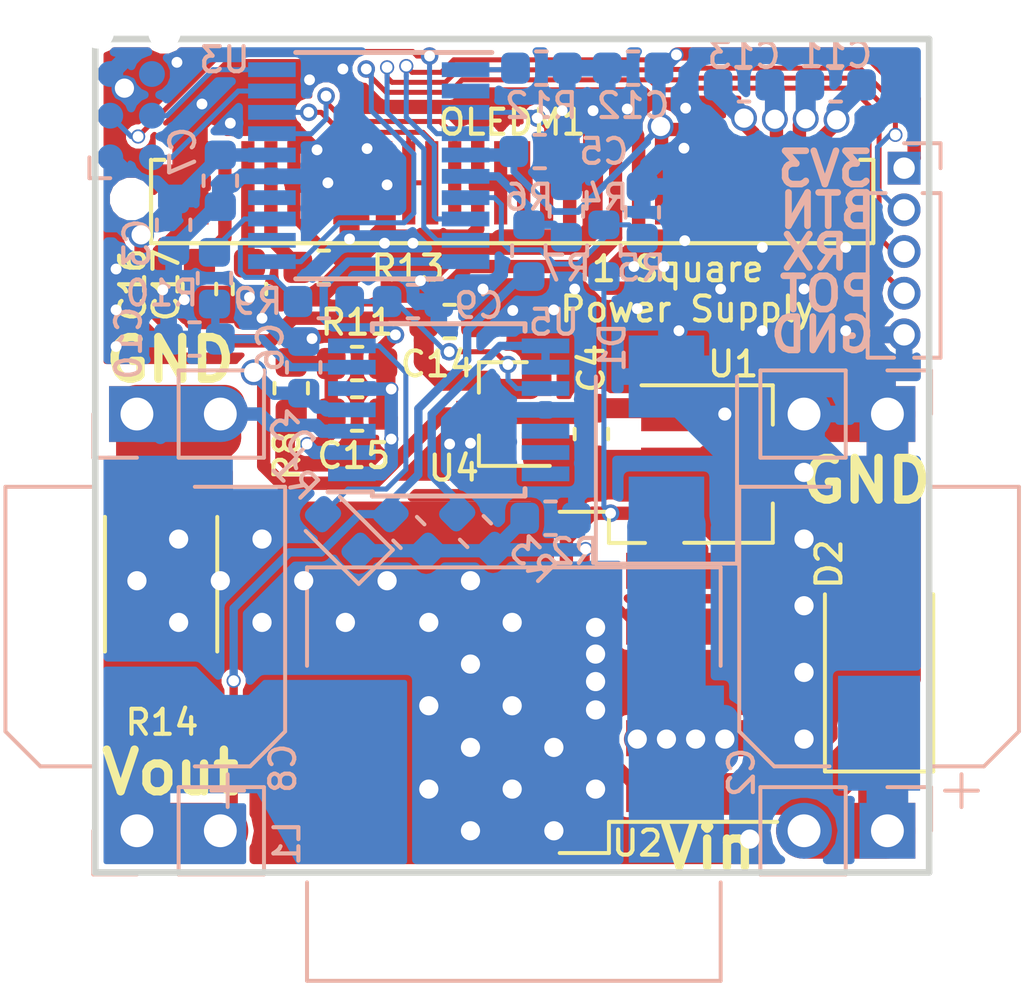
<source format=kicad_pcb>
(kicad_pcb (version 20171130) (host pcbnew 5.0.0)
  (layers (0 F.Cu jumper) (31 B.Cu mixed) (34 B.Paste user) (35 F.Paste user hide) (36 B.SilkS user) (37 F.SilkS user) (38 B.Mask user) (39 F.Mask user) (44 Edge.Cuts user))
  (net 0 "")
  (net 1 GND)
  (net 2 5v)
  (net 3 Vin)
  (net 4 "Net-(U3-Pad2)")
  (net 5 3.3v)
  (net 6 /SCL)
  (net 7 /SDA)
  (net 8 /SWD)
  (net 9 /SWC)
  (net 10 Vout)
  (net 11 /Vset)
  (net 12 /Aset)
  (net 13 "Net-(D1-Pad1)")
  (net 14 /V_Target)
  (net 15 /Vi_Sense)
  (net 16 /Vo_Sense)
  (net 17 /A_Limit)
  (net 18 /~RST)
  (net 19 "Net-(J1-Pad6)")
  (net 20 /A_Sense)
  (net 21 "Net-(C15-Pad2)")
  (net 22 /LCDRST)
  (net 23 "Net-(OLEDM1-Pad7)")
  (net 24 "Net-(C13-Pad1)")
  (net 25 "Net-(C13-Pad2)")
  (net 26 "Net-(C11-Pad1)")
  (net 27 "Net-(C11-Pad2)")
  (net 28 "Net-(C16-Pad1)")
  (net 29 "Net-(C17-Pad1)")
  (net 30 "Net-(OLEDM1-Pad26)")
  (net 31 /Vctrl)
  (net 32 "Net-(R12-Pad2)")
  (net 33 /PotSense)
  (net 34 /BTN)
  (net 35 /RX)
  (net 36 /GNDout)
  (net 37 /FB)
  (net 38 "Net-(D3-Pad2)")
  (net 39 "Net-(U3-Pad14)")
  (module Connector_PinHeader_1.27mm:PinHeader_1x05_P1.27mm_Vertical (layer B.Cu) (at 151.638 80.137 180)
    (fp_text reference J6 hide)
    (fp_text value Conn_01x05_Male)
    (pad 5 thru_hole oval (at 0 -5.08 180) (size 1 1) (drill 0.65) (layers *.Cu *.Mask) (net 1 GND))
    (pad 4 thru_hole oval (at 0 -3.81 180) (size 1 1) (drill 0.65) (layers *.Cu *.Mask) (net 33 /PotSense))
    (pad 3 thru_hole oval (at 0 -2.54 180) (size 1 1) (drill 0.65) (layers *.Cu *.Mask) (net 35 /RX))
    (pad 2 thru_hole oval (at 0 -1.27 180) (size 1 1) (drill 0.65) (layers *.Cu *.Mask) (net 34 /BTN))
    (pad 1 thru_hole rect (at 0 0 180) (size 1 1) (drill 0.65) (layers *.Cu *.Mask) (net 5 3.3v))
  )
  (module Capacitor_SMD:C_0603_1608Metric (layer B.Cu) (at 140.5381 79.629)
    (fp_text reference C5 (at 1.9559 0) (layer B.SilkS) (effects (font (size 0.762 0.762) (thickness 0.127)) (justify mirror)))
    (fp_text value C_Small)
    (pad 2 smd roundrect (at 0.7875 0) (size 0.875 0.95) (layers B.Cu B.Paste B.Mask) (net 1 GND))
    (pad 1 smd roundrect (at -0.7875 0) (size 0.875 0.95) (layers B.Cu B.Paste B.Mask) (net 5 3.3v))
  )
  (module Capacitor_SMD:C_0603_1608Metric (layer B.Cu) (at 130.81 80.5204 270)
    (fp_text reference C7 (at -0.8914 1.143 270) (layer B.SilkS) (effects (font (size 0.762 0.762) (thickness 0.127)) (justify mirror)))
    (fp_text value C_Small)
    (pad 1 smd roundrect (at -0.7875 0 270) (size 0.875 0.95) (layers B.Cu B.Paste B.Mask) (net 5 3.3v))
    (pad 2 smd roundrect (at 0.7875 0 270) (size 0.875 0.95) (layers B.Cu B.Paste B.Mask) (net 1 GND))
  )
  (module Resistor_SMD:R_0603_1608Metric (layer F.Cu) (at 133.9595 83.1596)
    (fp_text reference R13 (at 2.5655 0.0254) (layer F.SilkS) (effects (font (size 0.762 0.762) (thickness 0.127))))
    (fp_text value 330)
    (pad 1 smd roundrect (at -0.7875 0) (size 0.875 0.95) (layers F.Cu F.Paste F.Mask) (net 30 "Net-(OLEDM1-Pad26)"))
    (pad 2 smd roundrect (at 0.7875 0) (size 0.875 0.95) (layers F.Cu F.Paste F.Mask) (net 1 GND))
  )
  (module Resistor_SMD:R_0603_1608Metric (layer B.Cu) (at 140.868299 90.805 180)
    (fp_text reference R2 (at -0.736701 -1.016 180) (layer B.SilkS) (effects (font (size 0.762 0.762) (thickness 0.127)) (justify mirror)))
    (fp_text value 470)
    (pad 1 smd roundrect (at -0.7875 0 180) (size 0.875 0.95) (layers B.Cu B.Paste B.Mask) (net 1 GND))
    (pad 2 smd roundrect (at 0.7875 0 180) (size 0.875 0.95) (layers B.Cu B.Paste B.Mask) (net 37 /FB))
  )
  (module Resistor_SMD:R_0603_1608Metric (layer B.Cu) (at 136.552353 91.238753 315)
    (fp_text reference R1 (at -3.648746 1.239275 315) (layer B.SilkS) (effects (font (size 0.762 0.762) (thickness 0.127)) (justify mirror)))
    (fp_text value 8200)
    (pad 2 smd roundrect (at 0.787501 0 315) (size 0.875 0.95) (layers B.Cu B.Paste B.Mask) (net 37 /FB))
    (pad 1 smd roundrect (at -0.787501 0 315) (size 0.875 0.95) (layers B.Cu B.Paste B.Mask) (net 10 Vout))
  )
  (module Resistor_SMD:R_0603_1608Metric (layer B.Cu) (at 138.5824 91.2114 135)
    (fp_text reference R3 (at -1.849933 0.628618 135) (layer B.SilkS) (effects (font (size 0.762 0.762) (thickness 0.127)) (justify mirror)))
    (fp_text value 750)
    (pad 1 smd roundrect (at -0.787501 0 135) (size 0.875 0.95) (layers B.Cu B.Paste B.Mask) (net 37 /FB))
    (pad 2 smd roundrect (at 0.787501 0 135) (size 0.875 0.95) (layers B.Cu B.Paste B.Mask) (net 31 /Vctrl))
  )
  (module Capacitor_SMD:C_0603_1608Metric (layer B.Cu) (at 130.0225 85.344 180)
    (fp_text reference C10 (at 2.0065 -0.127 270) (layer B.SilkS) (effects (font (size 0.762 0.762) (thickness 0.127)) (justify mirror)))
    (fp_text value 1u)
    (pad 2 smd roundrect (at 0.7875 0 180) (size 0.875 0.95) (layers B.Cu B.Paste B.Mask) (net 1 GND))
    (pad 1 smd roundrect (at -0.7875 0 180) (size 0.875 0.95) (layers B.Cu B.Paste B.Mask) (net 12 /Aset))
  )
  (module Capacitor_SMD:C_0603_1608Metric (layer B.Cu) (at 136.6775 84.201)
    (fp_text reference C9 (at 2.0065 0.127) (layer B.SilkS) (effects (font (size 0.762 0.762) (thickness 0.127)) (justify mirror)))
    (fp_text value 1u)
    (pad 1 smd roundrect (at -0.7875 0) (size 0.875 0.95) (layers B.Cu B.Paste B.Mask) (net 11 /Vset))
    (pad 2 smd roundrect (at 0.7875 0) (size 0.875 0.95) (layers B.Cu B.Paste B.Mask) (net 1 GND))
  )
  (module Diode_SMD:D_0603_1608Metric (layer B.Cu) (at 134.494953 91.238753 135)
    (fp_text reference D3 (at 3.181773 1.023749 135) (layer B.SilkS) (effects (font (size 0.762 0.762) (thickness 0.127)) (justify mirror)))
    (fp_text value D_Small)
    (pad 1 smd roundrect (at -0.787501 0 135) (size 0.875 0.95) (layers B.Cu B.Paste B.Mask) (net 37 /FB))
    (pad 2 smd roundrect (at 0.787501 0 135) (size 0.875 0.95) (layers B.Cu B.Paste B.Mask) (net 38 "Net-(D3-Pad2)"))
  )
  (module Resistor_SMD:R_0603_1608Metric (layer B.Cu) (at 130.6322 83.4899 90)
    (fp_text reference R10 (at -0.4571 -1.6002 180) (layer B.SilkS) (effects (font (size 0.762 0.762) (thickness 0.127)) (justify mirror)))
    (fp_text value 1k5)
    (pad 1 smd roundrect (at -0.7875 0 90) (size 0.875 0.95) (layers B.Cu B.Paste B.Mask) (net 12 /Aset))
    (pad 2 smd roundrect (at 0.7875 0 90) (size 0.875 0.95) (layers B.Cu B.Paste B.Mask) (net 17 /A_Limit))
  )
  (module Resistor_SMD:R_0603_1608Metric (layer B.Cu) (at 133.962 84.201 180)
    (fp_text reference R9 (at 2.009 0 180) (layer B.SilkS) (effects (font (size 0.762 0.762) (thickness 0.127)) (justify mirror)))
    (fp_text value 1k5)
    (pad 2 smd roundrect (at 0.7875 0 180) (size 0.875 0.95) (layers B.Cu B.Paste B.Mask) (net 14 /V_Target))
    (pad 1 smd roundrect (at -0.7875 0 180) (size 0.875 0.95) (layers B.Cu B.Paste B.Mask) (net 11 /Vset))
  )
  (module Resistor_SMD:R_0603_1608Metric (layer B.Cu) (at 140.589 77.089 180)
    (fp_text reference R12 (at 0 -1.143 180) (layer B.SilkS) (effects (font (size 0.762 0.762) (thickness 0.127)) (justify mirror)))
    (fp_text value 10k)
    (pad 1 smd roundrect (at -0.7875 0 180) (size 0.875 0.95) (layers B.Cu B.Paste B.Mask) (net 1 GND))
    (pad 2 smd roundrect (at 0.7875 0 180) (size 0.875 0.95) (layers B.Cu B.Paste B.Mask) (net 32 "Net-(R12-Pad2)"))
  )
  (module Resistor_SMD:R_0603_1608Metric (layer B.Cu) (at 141.351 81.4579 270)
    (fp_text reference R7 (at 1.7271 0) (layer B.SilkS) (effects (font (size 0.762 0.762) (thickness 0.127)) (justify mirror)))
    (fp_text value R_Small)
    (pad 2 smd roundrect (at 0.7875 0 270) (size 0.875 0.95) (layers B.Cu B.Paste B.Mask) (net 16 /Vo_Sense))
    (pad 1 smd roundrect (at -0.7875 0 270) (size 0.875 0.95) (layers B.Cu B.Paste B.Mask) (net 1 GND))
  )
  (module Resistor_SMD:R_0603_1608Metric (layer B.Cu) (at 140.208 82.6515 270)
    (fp_text reference R6 (at -1.6255 0) (layer B.SilkS) (effects (font (size 0.762 0.762) (thickness 0.127)) (justify mirror)))
    (fp_text value R_Small)
    (pad 1 smd roundrect (at -0.7875 0 270) (size 0.875 0.95) (layers B.Cu B.Paste B.Mask) (net 16 /Vo_Sense))
    (pad 2 smd roundrect (at 0.7875 0 270) (size 0.875 0.95) (layers B.Cu B.Paste B.Mask) (net 10 Vout))
  )
  (module Resistor_SMD:R_0603_1608Metric (layer B.Cu) (at 142.494 82.6515 270)
    (fp_text reference R4 (at -1.6255 0) (layer B.SilkS) (effects (font (size 0.762 0.762) (thickness 0.127)) (justify mirror)))
    (fp_text value R_Small)
    (pad 2 smd roundrect (at 0.7875 0 270) (size 0.875 0.95) (layers B.Cu B.Paste B.Mask) (net 3 Vin))
    (pad 1 smd roundrect (at -0.7875 0 270) (size 0.875 0.95) (layers B.Cu B.Paste B.Mask) (net 15 /Vi_Sense))
  )
  (module Resistor_SMD:R_0603_1608Metric (layer B.Cu) (at 143.6624 81.4833 270)
    (fp_text reference R5 (at 1.7017 0.0254) (layer B.SilkS) (effects (font (size 0.762 0.762) (thickness 0.127)) (justify mirror)))
    (fp_text value R_Small)
    (pad 1 smd roundrect (at -0.7875 0 270) (size 0.875 0.95) (layers B.Cu B.Paste B.Mask) (net 1 GND))
    (pad 2 smd roundrect (at 0.7875 0 270) (size 0.875 0.95) (layers B.Cu B.Paste B.Mask) (net 15 /Vi_Sense))
  )
  (module Connector_PinSocket_2.54mm:PinSocket_1x02_P2.54mm_Vertical (layer B.Cu) (at 151.13 100.33 90)
    (fp_text reference J2 hide)
    (fp_text value Conn_01x02)
    (pad 2 thru_hole oval (at 0 -2.54 90) (size 1.7 1.7) (drill 1) (layers *.Cu *.Mask) (net 3 Vin))
    (pad 1 thru_hole rect (at 0 0 90) (size 1.7 1.7) (drill 1) (layers *.Cu *.Mask) (net 3 Vin))
  )
  (module Connector_PinSocket_2.54mm:PinSocket_1x02_P2.54mm_Vertical (layer B.Cu) (at 151.13 87.63 90)
    (fp_text reference J3 hide)
    (fp_text value Conn_01x02)
    (pad 2 thru_hole oval (at 0 -2.54 90) (size 1.7 1.7) (drill 1) (layers *.Cu *.Mask) (net 1 GND))
    (pad 1 thru_hole rect (at 0 0 90) (size 1.7 1.7) (drill 1) (layers *.Cu *.Mask) (net 1 GND))
  )
  (module Connector_PinSocket_2.54mm:PinSocket_1x02_P2.54mm_Vertical (layer B.Cu) (at 128.27 100.33 270)
    (fp_text reference J4 hide)
    (fp_text value Conn_01x02)
    (pad 1 thru_hole rect (at 0 0 270) (size 1.7 1.7) (drill 1) (layers *.Cu *.Mask) (net 10 Vout))
    (pad 2 thru_hole circle (at 0 -2.54 270) (size 1.27 1.27) (drill 1) (layers *.Cu *.Mask) (net 10 Vout))
  )
  (module Connector_PinSocket_2.54mm:PinSocket_1x02_P2.54mm_Vertical (layer B.Cu) (at 128.27 87.63 270)
    (fp_text reference J5 hide)
    (fp_text value Conn_01x02)
    (pad 2 thru_hole oval (at 0 -2.54 270) (size 1.7 1.7) (drill 1) (layers *.Cu *.Mask) (net 36 /GNDout))
    (pad 1 thru_hole rect (at 0 0 270) (size 1.7 1.7) (drill 1) (layers *.Cu *.Mask) (net 36 /GNDout))
  )
  (module Package_TO_SOT_SMD:SOT-23 (layer F.Cu) (at 139.446 87.63 180)
    (fp_text reference U4 (at 1.524 -1.651 180) (layer F.SilkS) (effects (font (size 0.762 0.762) (thickness 0.127))))
    (fp_text value AP2210N-3.3)
    (pad 3 smd rect (at 1 0 180) (size 0.9 0.8) (layers F.Cu F.Paste F.Mask) (net 2 5v))
    (pad 2 smd rect (at -1 0.95 180) (size 0.9 0.8) (layers F.Cu F.Paste F.Mask) (net 5 3.3v))
    (pad 1 smd rect (at -1 -0.95 180) (size 0.9 0.8) (layers F.Cu F.Paste F.Mask) (net 1 GND))
  )
  (module Package_TO_SOT_SMD:SOT-89-3 (layer F.Cu) (at 145.8595 89.154)
    (fp_text reference U1 (at 0.5715 -3.048) (layer F.SilkS) (effects (font (size 0.762 0.762) (thickness 0.127))))
    (fp_text value L78L05_SOT89)
    (pad 2 smd trapezoid (at -0.0762 0 90) (size 1.5 1) (rect_delta 0 0.7) (layers F.Cu F.Paste F.Mask) (net 1 GND))
    (pad 2 smd rect (at 1.3335 0 270) (size 2.2 1.84) (layers F.Cu F.Paste F.Mask) (net 1 GND))
    (pad 3 smd rect (at -1.48 1.5 270) (size 1 1.5) (layers F.Cu F.Paste F.Mask) (net 3 Vin))
    (pad 2 smd rect (at -1.3335 0 270) (size 1 1.8) (layers F.Cu F.Paste F.Mask) (net 1 GND))
    (pad 1 smd rect (at -1.48 -1.5 270) (size 1 1.5) (layers F.Cu F.Paste F.Mask) (net 2 5v))
    (pad 2 smd trapezoid (at 2.667 0 270) (size 1.6 0.85) (rect_delta 0 0.6) (layers F.Cu F.Paste F.Mask) (net 1 GND))
  )
  (module Package_TO_SOT_SMD:TO-263-5_TabPin3 (layer F.Cu) (at 139.6968 95.8088 180)
    (fp_text reference U2 (at -3.8132 -4.9022 180) (layer F.SilkS) (effects (font (size 0.762 0.762) (thickness 0.127))))
    (fp_text value LM2596S-ADJ)
    (pad 3 smd rect (at 3.375 0 180) (size 8.89 10.8) (layers F.Cu F.Mask) (net 1 GND))
    (pad 5 smd rect (at -5.775 3.4 180) (size 4.6 1.1) (layers F.Cu F.Paste F.Mask) (net 3 Vin))
    (pad 4 smd rect (at -5.775 1.7 180) (size 4.6 1.1) (layers F.Cu F.Paste F.Mask) (net 37 /FB))
    (pad 3 smd rect (at -5.775 0 180) (size 4.6 1.1) (layers F.Cu F.Paste F.Mask) (net 1 GND))
    (pad 2 smd rect (at -5.775 -1.7 180) (size 4.6 1.1) (layers F.Cu F.Paste F.Mask) (net 13 "Net-(D1-Pad1)"))
    (pad 1 smd rect (at -5.775 -3.4 180) (size 4.6 1.1) (layers F.Cu F.Paste F.Mask) (net 3 Vin))
  )
  (module Package_SO:TSSOP-20_4.4x6.5mm_P0.65mm (layer B.Cu) (at 135.3312 80.0608 180)
    (fp_text reference U3 (at 4.3942 3.2258 180) (layer B.SilkS) (effects (font (size 0.762 0.762) (thickness 0.127)) (justify mirror)))
    (fp_text value STM32F030F4Px)
    (pad 20 smd rect (at 2.95 2.925 180) (size 1.45 0.45) (layers B.Cu B.Paste B.Mask) (net 9 /SWC))
    (pad 19 smd rect (at 2.95 2.275 180) (size 1.45 0.45) (layers B.Cu B.Paste B.Mask) (net 8 /SWD))
    (pad 18 smd rect (at 2.95 1.625 180) (size 1.45 0.45) (layers B.Cu B.Paste B.Mask) (net 7 /SDA))
    (pad 17 smd rect (at 2.95 0.975 180) (size 1.45 0.45) (layers B.Cu B.Paste B.Mask) (net 6 /SCL))
    (pad 16 smd rect (at 2.95 0.325 180) (size 1.45 0.45) (layers B.Cu B.Paste B.Mask) (net 5 3.3v))
    (pad 15 smd rect (at 2.95 -0.325 180) (size 1.45 0.45) (layers B.Cu B.Paste B.Mask) (net 1 GND))
    (pad 14 smd rect (at 2.95 -0.975 180) (size 1.45 0.45) (layers B.Cu B.Paste B.Mask) (net 39 "Net-(U3-Pad14)"))
    (pad 13 smd rect (at 2.95 -1.625 180) (size 1.45 0.45) (layers B.Cu B.Paste B.Mask) (net 17 /A_Limit))
    (pad 12 smd rect (at 2.95 -2.275 180) (size 1.45 0.45) (layers B.Cu B.Paste B.Mask) (net 14 /V_Target))
    (pad 11 smd rect (at 2.95 -2.925 180) (size 1.45 0.45) (layers B.Cu B.Paste B.Mask) (net 33 /PotSense))
    (pad 10 smd rect (at -2.95 -2.925 180) (size 1.45 0.45) (layers B.Cu B.Paste B.Mask) (net 20 /A_Sense))
    (pad 9 smd rect (at -2.95 -2.275 180) (size 1.45 0.45) (layers B.Cu B.Paste B.Mask) (net 35 /RX))
    (pad 8 smd rect (at -2.95 -1.625 180) (size 1.45 0.45) (layers B.Cu B.Paste B.Mask) (net 34 /BTN))
    (pad 7 smd rect (at -2.95 -0.975 180) (size 1.45 0.45) (layers B.Cu B.Paste B.Mask) (net 15 /Vi_Sense))
    (pad 6 smd rect (at -2.95 -0.325 180) (size 1.45 0.45) (layers B.Cu B.Paste B.Mask) (net 16 /Vo_Sense))
    (pad 5 smd rect (at -2.95 0.325 180) (size 1.45 0.45) (layers B.Cu B.Paste B.Mask) (net 5 3.3v))
    (pad 4 smd rect (at -2.95 0.975 180) (size 1.45 0.45) (layers B.Cu B.Paste B.Mask) (net 18 /~RST))
    (pad 3 smd rect (at -2.95 1.625 180) (size 1.45 0.45) (layers B.Cu B.Paste B.Mask) (net 22 /LCDRST))
    (pad 2 smd rect (at -2.95 2.275 180) (size 1.45 0.45) (layers B.Cu B.Paste B.Mask) (net 4 "Net-(U3-Pad2)"))
    (pad 1 smd rect (at -2.95 2.925 180) (size 1.45 0.45) (layers B.Cu B.Paste B.Mask) (net 32 "Net-(R12-Pad2)"))
  )
  (module Inductor_SMD:L_12x12mm_H8mm (layer B.Cu) (at 139.7508 98.6028)
    (fp_text reference L1 (at -6.9088 2.1082 90) (layer B.SilkS) (effects (font (size 0.762 0.762) (thickness 0.127)) (justify mirror)))
    (fp_text value 33uH)
    (pad 2 smd rect (at 4.95 0) (size 2.9 5.4) (layers B.Cu B.Paste B.Mask) (net 13 "Net-(D1-Pad1)"))
    (pad 1 smd rect (at -4.95 0) (size 2.9 5.4) (layers B.Cu B.Paste B.Mask) (net 10 Vout))
  )
  (module Capacitor_SMD:CP_Elec_8x10 (layer B.Cu) (at 128.524 94.107 90)
    (fp_text reference C8 (at -4.318 4.191 90) (layer B.SilkS) (effects (font (size 0.762 0.762) (thickness 0.127)) (justify mirror)))
    (fp_text value C_Small)
    (pad 2 smd rect (at 3.25 0 90) (size 3.5 2.5) (layers B.Cu B.Paste B.Mask) (net 1 GND))
    (pad 1 smd rect (at -3.25 0 90) (size 3.5 2.5) (layers B.Cu B.Paste B.Mask) (net 10 Vout))
  )
  (module Capacitor_SMD:CP_Elec_8x10 (layer B.Cu) (at 150.876 94.107 90)
    (fp_text reference C2 (at -4.445 -4.191 90) (layer B.SilkS) (effects (font (size 0.762 0.762) (thickness 0.127)) (justify mirror)))
    (fp_text value C_Small)
    (pad 2 smd rect (at 3.25 0 90) (size 3.5 2.5) (layers B.Cu B.Paste B.Mask) (net 1 GND))
    (pad 1 smd rect (at -3.25 0 90) (size 3.5 2.5) (layers B.Cu B.Paste B.Mask) (net 3 Vin))
  )
  (module Diode_SMD:D_SMB (layer B.Cu) (at 144.399 88.637001 90)
    (fp_text reference D1 (at 3.039001 -1.651 90) (layer B.SilkS) (effects (font (size 0.762 0.762) (thickness 0.127)) (justify mirror)))
    (fp_text value SK54B)
    (pad 2 smd rect (at 2.15 0 90) (size 2.5 2.3) (layers B.Cu B.Paste B.Mask) (net 1 GND))
    (pad 1 smd rect (at -2.15 0 90) (size 2.5 2.3) (layers B.Cu B.Paste B.Mask) (net 13 "Net-(D1-Pad1)"))
  )
  (module Connector:Tag-Connect_TC2030-IDC-NL_2x03_P1.27mm_Vertical (layer B.Cu) (at 128.0922 78.5368 90)
    (fp_text reference J1 hide)
    (fp_text value TC2030-MCP)
    (pad 6 connect circle (at 1.27 0.635 90) (size 0.7874 0.7874) (layers B.Cu B.Mask) (net 19 "Net-(J1-Pad6)"))
    (pad 5 connect circle (at 1.27 -0.635 90) (size 0.7874 0.7874) (layers B.Cu B.Mask) (net 1 GND))
    (pad 4 connect circle (at 0 0.635 90) (size 0.7874 0.7874) (layers B.Cu B.Mask) (net 9 /SWC))
    (pad 3 connect circle (at 0 -0.635 90) (size 0.7874 0.7874) (layers B.Cu B.Mask) (net 18 /~RST))
    (pad 2 connect circle (at -1.27 0.635 90) (size 0.7874 0.7874) (layers B.Cu B.Mask) (net 8 /SWD))
    (pad 1 connect circle (at -1.27 -0.635 90) (size 0.7874 0.7874) (layers B.Cu B.Mask) (net 5 3.3v))
    (pad "" np_thru_hole circle (at -2.54 0 90) (size 0.9906 0.9906) (drill 0.9906) (layers *.Cu *.Mask))
    (pad "" np_thru_hole circle (at 2.54 -1.016 90) (size 0.9906 0.9906) (drill 0.9906) (layers *.Cu *.Mask))
    (pad "" np_thru_hole circle (at 2.54 1.016 90) (size 0.9906 0.9906) (drill 0.9906) (layers *.Cu *.Mask))
  )
  (module Capacitor_SMD:C_0603_1608Metric (layer F.Cu) (at 134.9755 87.63 180)
    (fp_text reference C15 (at 0.1015 -1.27 180) (layer F.SilkS) (effects (font (size 0.762 0.762) (thickness 0.127))))
    (fp_text value DNP)
    (pad 1 smd roundrect (at -0.7875 0 180) (size 0.875 0.95) (layers F.Cu F.Paste F.Mask) (net 20 /A_Sense))
    (pad 2 smd roundrect (at 0.7875 0 180) (size 0.875 0.95) (layers F.Cu F.Paste F.Mask) (net 21 "Net-(C15-Pad2)"))
  )
  (module Package_SO:TSSOP-14_4.4x5mm_P0.65mm (layer B.Cu) (at 137.766 87.503)
    (fp_text reference U5 (at 3.204 -2.667) (layer B.SilkS) (effects (font (size 0.762 0.762) (thickness 0.127)) (justify mirror)))
    (fp_text value MCP6L94)
    (pad 14 smd rect (at 2.95 1.95) (size 1.45 0.45) (layers B.Cu B.Paste B.Mask))
    (pad 13 smd rect (at 2.95 1.3) (size 1.45 0.45) (layers B.Cu B.Paste B.Mask))
    (pad 12 smd rect (at 2.95 0.65) (size 1.45 0.45) (layers B.Cu B.Paste B.Mask))
    (pad 11 smd rect (at 2.95 0) (size 1.45 0.45) (layers B.Cu B.Paste B.Mask) (net 1 GND))
    (pad 10 smd rect (at 2.95 -0.65) (size 1.45 0.45) (layers B.Cu B.Paste B.Mask) (net 11 /Vset))
    (pad 9 smd rect (at 2.95 -1.3) (size 1.45 0.45) (layers B.Cu B.Paste B.Mask) (net 31 /Vctrl))
    (pad 8 smd rect (at 2.95 -1.95) (size 1.45 0.45) (layers B.Cu B.Paste B.Mask) (net 31 /Vctrl))
    (pad 7 smd rect (at -2.95 -1.95) (size 1.45 0.45) (layers B.Cu B.Paste B.Mask) (net 38 "Net-(D3-Pad2)"))
    (pad 6 smd rect (at -2.95 -1.3) (size 1.45 0.45) (layers B.Cu B.Paste B.Mask) (net 12 /Aset))
    (pad 5 smd rect (at -2.95 -0.65) (size 1.45 0.45) (layers B.Cu B.Paste B.Mask) (net 20 /A_Sense))
    (pad 4 smd rect (at -2.95 0) (size 1.45 0.45) (layers B.Cu B.Paste B.Mask) (net 2 5v))
    (pad 3 smd rect (at -2.95 0.65) (size 1.45 0.45) (layers B.Cu B.Paste B.Mask) (net 36 /GNDout))
    (pad 2 smd rect (at -2.95 1.3) (size 1.45 0.45) (layers B.Cu B.Paste B.Mask) (net 21 "Net-(C15-Pad2)"))
    (pad 1 smd rect (at -2.95 1.95) (size 1.45 0.45) (layers B.Cu B.Paste B.Mask) (net 20 /A_Sense))
  )
  (module Resistor_SMD:R_0603_1608Metric (layer B.Cu) (at 149.5553 77.597)
    (fp_text reference C11 (at 0 -0.9144) (layer B.SilkS) (effects (font (size 0.762 0.762) (thickness 0.127)) (justify mirror)))
    (fp_text value 2u2)
    (pad 2 smd roundrect (at 0.7875 0) (size 0.875 0.95) (layers B.Cu B.Paste B.Mask) (net 27 "Net-(C11-Pad2)"))
    (pad 1 smd roundrect (at -0.7875 0) (size 0.875 0.95) (layers B.Cu B.Paste B.Mask) (net 26 "Net-(C11-Pad1)"))
  )
  (module Resistor_SMD:R_0603_1608Metric (layer B.Cu) (at 143.383 77.089)
    (fp_text reference C12 (at 0 1.143) (layer B.SilkS) (effects (font (size 0.762 0.762) (thickness 0.127)) (justify mirror)))
    (fp_text value 2u2)
    (pad 2 smd roundrect (at 0.7875 0) (size 0.875 0.95) (layers B.Cu B.Paste B.Mask) (net 5 3.3v))
    (pad 1 smd roundrect (at -0.7875 0) (size 0.875 0.95) (layers B.Cu B.Paste B.Mask) (net 1 GND))
  )
  (module Resistor_SMD:R_0603_1608Metric (layer B.Cu) (at 146.7612 77.597)
    (fp_text reference C13 (at 0 -0.889) (layer B.SilkS) (effects (font (size 0.762 0.762) (thickness 0.127)) (justify mirror)))
    (fp_text value 2u2)
    (pad 2 smd roundrect (at 0.7875 0) (size 0.875 0.95) (layers B.Cu B.Paste B.Mask) (net 25 "Net-(C13-Pad2)"))
    (pad 1 smd roundrect (at -0.7875 0) (size 0.875 0.95) (layers B.Cu B.Paste B.Mask) (net 24 "Net-(C13-Pad1)"))
  )
  (module Resistor_SMD:R_0603_1608Metric (layer F.Cu) (at 137.795101 84.8106 180)
    (fp_text reference C14 (at 0.381101 -1.2954 180) (layer F.SilkS) (effects (font (size 0.762 0.762) (thickness 0.127))))
    (fp_text value 2u2)
    (pad 1 smd roundrect (at -0.7875 0 180) (size 0.875 0.95) (layers F.Cu F.Paste F.Mask) (net 1 GND))
    (pad 2 smd roundrect (at 0.7875 0 180) (size 0.875 0.95) (layers F.Cu F.Paste F.Mask) (net 5 3.3v))
  )
  (module Capacitor_SMD:C_0603_1608Metric (layer F.Cu) (at 130.175 83.82 270)
    (fp_text reference C16 (at -0.127 2.032 270) (layer F.SilkS) (effects (font (size 0.762 0.762) (thickness 0.127))))
    (fp_text value 10u)
    (pad 2 smd roundrect (at 0.7875 0 270) (size 0.875 0.95) (layers F.Cu F.Paste F.Mask) (net 1 GND))
    (pad 1 smd roundrect (at -0.7875 0 270) (size 0.875 0.95) (layers F.Cu F.Paste F.Mask) (net 28 "Net-(C16-Pad1)"))
  )
  (module Capacitor_SMD:C_0603_1608Metric (layer F.Cu) (at 131.699 83.82 270)
    (fp_text reference C17 (at -0.127 2.54 270) (layer F.SilkS) (effects (font (size 0.762 0.762) (thickness 0.127))))
    (fp_text value 2u2)
    (pad 2 smd roundrect (at 0.7875 0 270) (size 0.875 0.95) (layers F.Cu F.Paste F.Mask) (net 1 GND))
    (pad 1 smd roundrect (at -0.7875 0 270) (size 0.875 0.95) (layers F.Cu F.Paste F.Mask) (net 29 "Net-(C17-Pad1)"))
  )
  (module AdoptedTweaked:IROP055-SSD1306Z-PADS-ONLY (layer F.Cu) (at 139.7 79.883 180)
    (fp_text reference OLEDM1 (at 0 1.143 180) (layer F.SilkS) (effects (font (size 0.762 0.762) (thickness 0.127))))
    (fp_text value SSD1306)
    (pad 16 smd rect (at 0.35 -0.7 180) (size 0.4 2.54) (layers F.Cu F.Paste F.Mask) (net 1 GND))
    (pad 17 smd rect (at 1.05 -0.7 180) (size 0.4 2.54) (layers F.Cu F.Paste F.Mask) (net 1 GND))
    (pad 18 smd rect (at 1.75 -0.7 180) (size 0.4 2.54) (layers F.Cu F.Paste F.Mask) (net 6 /SCL))
    (pad 19 smd rect (at 2.45 -0.7 180) (size 0.4 2.54) (layers F.Cu F.Paste F.Mask) (net 7 /SDA))
    (pad 20 smd rect (at 3.15 -0.7 180) (size 0.4 2.54) (layers F.Cu F.Paste F.Mask) (net 7 /SDA))
    (pad 21 smd rect (at 3.85 -0.7 180) (size 0.4 2.54) (layers F.Cu F.Paste F.Mask) (net 1 GND))
    (pad 22 smd rect (at 4.55 -0.7 180) (size 0.4 2.54) (layers F.Cu F.Paste F.Mask) (net 1 GND))
    (pad 23 smd rect (at 5.25 -0.7 180) (size 0.4 2.54) (layers F.Cu F.Paste F.Mask) (net 1 GND))
    (pad 24 smd rect (at 5.95 -0.7 180) (size 0.4 2.54) (layers F.Cu F.Paste F.Mask) (net 1 GND))
    (pad 25 smd rect (at 6.65 -0.7 180) (size 0.4 2.54) (layers F.Cu F.Paste F.Mask) (net 1 GND))
    (pad 26 smd rect (at 7.35 -0.7 180) (size 0.4 2.54) (layers F.Cu F.Paste F.Mask) (net 30 "Net-(OLEDM1-Pad26)"))
    (pad 27 smd rect (at 8.05 -0.7 180) (size 0.4 2.54) (layers F.Cu F.Paste F.Mask) (net 29 "Net-(C17-Pad1)"))
    (pad 28 smd rect (at 8.75 -0.7 180) (size 0.4 2.54) (layers F.Cu F.Paste F.Mask) (net 28 "Net-(C16-Pad1)"))
    (pad 29 smd rect (at 9.45 -0.7 180) (size 0.4 2.54) (layers F.Cu F.Paste F.Mask) (net 1 GND))
    (pad 30 smd rect (at 10.15 -0.7 180) (size 0.4 2.54) (layers F.Cu F.Paste F.Mask) (net 1 GND))
    (pad 1 smd rect (at -10.15 -0.7 180) (size 0.4 2.54) (layers F.Cu F.Paste F.Mask) (net 1 GND))
    (pad 2 smd rect (at -9.45 -0.7 180) (size 0.4 2.54) (layers F.Cu F.Paste F.Mask) (net 27 "Net-(C11-Pad2)"))
    (pad 3 smd rect (at -8.75 -0.7 180) (size 0.4 2.54) (layers F.Cu F.Paste F.Mask) (net 26 "Net-(C11-Pad1)"))
    (pad 4 smd rect (at -8.05 -0.7 180) (size 0.4 2.54) (layers F.Cu F.Paste F.Mask) (net 25 "Net-(C13-Pad2)"))
    (pad 5 smd rect (at -7.35 -0.7 180) (size 0.4 2.54) (layers F.Cu F.Paste F.Mask) (net 24 "Net-(C13-Pad1)"))
    (pad 6 smd rect (at -6.65 -0.7 180) (size 0.4 2.54) (layers F.Cu F.Paste F.Mask) (net 5 3.3v))
    (pad 7 smd rect (at -5.95 -0.7 180) (size 0.4 2.54) (layers F.Cu F.Paste F.Mask) (net 23 "Net-(OLEDM1-Pad7)"))
    (pad 8 smd rect (at -5.25 -0.7 180) (size 0.4 2.54) (layers F.Cu F.Paste F.Mask) (net 1 GND))
    (pad 9 smd rect (at -4.55 -0.7 180) (size 0.4 2.54) (layers F.Cu F.Paste F.Mask) (net 5 3.3v))
    (pad 10 smd rect (at -3.85 -0.7 180) (size 0.4 2.54) (layers F.Cu F.Paste F.Mask) (net 1 GND))
    (pad 11 smd rect (at -3.15 -0.7 180) (size 0.4 2.54) (layers F.Cu F.Paste F.Mask) (net 5 3.3v))
    (pad 12 smd rect (at -2.45 -0.7 180) (size 0.4 2.54) (layers F.Cu F.Paste F.Mask) (net 1 GND))
    (pad 13 smd rect (at -1.75 -0.7 180) (size 0.4 2.54) (layers F.Cu F.Paste F.Mask) (net 1 GND))
    (pad 14 smd rect (at -1.05 -0.7 180) (size 0.4 2.54) (layers F.Cu F.Paste F.Mask) (net 22 /LCDRST))
    (pad 15 smd rect (at -0.35 -0.7 180) (size 0.4 2.54) (layers F.Cu F.Paste F.Mask) (net 1 GND))
  )
  (module Capacitor_SMD:C_0603_1608Metric (layer B.Cu) (at 129.3876 81.8641 270)
    (fp_text reference C3 (at 0.5589 1.1176 270) (layer B.SilkS) (effects (font (size 0.762 0.762) (thickness 0.127)) (justify mirror)))
    (fp_text value C_Small)
    (pad 2 smd roundrect (at 0.7875 0 270) (size 0.875 0.95) (layers B.Cu B.Paste B.Mask) (net 1 GND))
    (pad 1 smd roundrect (at -0.7875 0 270) (size 0.875 0.95) (layers B.Cu B.Paste B.Mask) (net 5 3.3v))
  )
  (module Capacitor_SMD:C_0603_1608Metric (layer F.Cu) (at 142.113 88.239499 270)
    (fp_text reference C4 (at -2.006499 0 270) (layer F.SilkS) (effects (font (size 0.762 0.762) (thickness 0.127))))
    (fp_text value 4.7u)
    (pad 2 smd roundrect (at 0.7875 0 270) (size 0.875 0.95) (layers F.Cu F.Paste F.Mask) (net 1 GND))
    (pad 1 smd roundrect (at -0.7875 0 270) (size 0.875 0.95) (layers F.Cu F.Paste F.Mask) (net 2 5v))
  )
  (module Capacitor_SMD:C_0603_1608Metric (layer B.Cu) (at 133.35 86.2075 90)
    (fp_text reference C6 (at 0.6095 -1.016 90) (layer B.SilkS) (effects (font (size 0.762 0.762) (thickness 0.127)) (justify mirror)))
    (fp_text value 1u)
    (pad 2 smd roundrect (at 0.7875 0 90) (size 0.875 0.95) (layers B.Cu B.Paste B.Mask) (net 1 GND))
    (pad 1 smd roundrect (at -0.7875 0 90) (size 0.875 0.95) (layers B.Cu B.Paste B.Mask) (net 2 5v))
  )
  (module Resistor_SMD:R_0603_1608Metric (layer F.Cu) (at 132.969 86.8425 270)
    (fp_text reference R8 (at 2.0575 0.127 270) (layer F.SilkS) (effects (font (size 0.762 0.762) (thickness 0.127))))
    (fp_text value R_Small)
    (pad 1 smd roundrect (at -0.7875 0 270) (size 0.875 0.95) (layers F.Cu F.Paste F.Mask) (net 21 "Net-(C15-Pad2)"))
    (pad 2 smd roundrect (at 0.7875 0 270) (size 0.875 0.95) (layers F.Cu F.Paste F.Mask) (net 1 GND))
  )
  (module Resistor_SMD:R_0603_1608Metric (layer F.Cu) (at 134.9755 86.091383)
    (fp_text reference R11 (at 0 -1.255383) (layer F.SilkS) (effects (font (size 0.762 0.762) (thickness 0.127))))
    (fp_text value R_Small)
    (pad 1 smd roundrect (at -0.7875 0) (size 0.875 0.95) (layers F.Cu F.Paste F.Mask) (net 21 "Net-(C15-Pad2)"))
    (pad 2 smd roundrect (at 0.7875 0) (size 0.875 0.95) (layers F.Cu F.Paste F.Mask) (net 20 /A_Sense))
  )
  (module Diode_SMD:D_SMA (layer F.Cu) (at 150.876 95.123 90)
    (fp_text reference D2 (at 2.921 -1.524 90) (layer F.SilkS) (effects (font (size 0.762 0.762) (thickness 0.127))))
    (fp_text value M4)
    (pad 2 smd rect (at 2 0 90) (size 2.5 1.8) (layers F.Cu F.Paste F.Mask) (net 1 GND))
    (pad 1 smd rect (at -2 0 90) (size 2.5 1.8) (layers F.Cu F.Paste F.Mask) (net 3 Vin))
  )
  (module Resistor_SMD:R_2512_6332Metric (layer F.Cu) (at 129.0066 92.816 270)
    (fp_text reference R14 (at 4.212 -0.0254 180) (layer F.SilkS) (effects (font (size 0.762 0.762) (thickness 0.127))))
    (fp_text value .05)
    (pad 2 smd roundrect (at 2.9 0 270) (size 1.35 3.35) (layers F.Cu F.Paste F.Mask) (roundrect_rratio 0.185185) (net 1 GND))
    (pad 1 smd roundrect (at -2.9 0 270) (size 1.35 3.35) (layers F.Cu F.Paste F.Mask) (roundrect_rratio 0.185185) (net 36 /GNDout))
  )
  (gr_text GND (at 149.1488 85.217) (layer B.SilkS) (effects (font (size 1.016 1.016) (thickness 0.2032)) (justify mirror)))
  (gr_text POT (at 149.3012 83.9724) (layer B.SilkS) (effects (font (size 1.016 1.016) (thickness 0.2032)) (justify mirror)))
  (gr_text RX (at 148.9202 82.7024) (layer B.SilkS) (effects (font (size 1.016 1.016) (thickness 0.2032)) (justify mirror)))
  (gr_text BTN (at 149.3012 81.4324) (layer B.SilkS) (effects (font (size 1.016 1.016) (thickness 0.2032)) (justify mirror)))
  (gr_text 3V3 (at 149.225 80.1624) (layer B.SilkS) (effects (font (size 1.016 1.016) (thickness 0.2032)) (justify mirror)))
  (gr_text GND (at 129.286 85.979) (layer F.SilkS) (effects (font (size 1.27 1.27) (thickness 0.254))))
  (gr_text Vout (at 129.286 98.552) (layer F.SilkS) (effects (font (size 1.27 1.27) (thickness 0.254))))
  (gr_text Vin (at 145.669 100.838) (layer F.SilkS) (effects (font (size 1.27 1.27) (thickness 0.254))))
  (gr_text GND (at 150.495 89.662) (layer F.SilkS) (effects (font (size 1.27 1.27) (thickness 0.254))))
  (gr_text "1 Square \nPower Supply" (at 145.034 83.82) (layer F.SilkS) (effects (font (size 0.762 0.762) (thickness 0.127))))
  (gr_line (start 127 101.6) (end 127 76.2) (layer Edge.Cuts) (width 0.2))
  (gr_line (start 152.4 101.6) (end 127 101.6) (layer Edge.Cuts) (width 0.2))
  (gr_line (start 152.4 76.2) (end 152.4 101.6) (layer Edge.Cuts) (width 0.2))
  (gr_line (start 127 76.2) (end 152.4 76.2) (layer Edge.Cuts) (width 0.2))
  (via (at 149.86 85.09) (size 0.5334) (drill 0.3302) (layers F.Cu B.Cu) (net 1))
  (via (at 142.24 94.1324) (size 0.7874) (drill 0.5842) (layers F.Cu B.Cu) (net 1))
  (via (at 146.177 87.63) (size 0.8) (drill 0.4) (layers F.Cu B.Cu) (net 1))
  (segment (start 146.177 88.138) (end 147.193 89.154) (width 0.8128) (layer F.Cu) (net 1))
  (segment (start 146.177 87.63) (end 146.177 88.138) (width 0.8128) (layer F.Cu) (net 1))
  (segment (start 131.144168 80.671232) (end 130.81 81.0054) (width 0.4064) (layer B.Cu) (net 1))
  (segment (start 131.205674 80.671232) (end 131.144168 80.671232) (width 0.4064) (layer B.Cu) (net 1))
  (segment (start 131.491106 80.3858) (end 131.205674 80.671232) (width 0.4064) (layer B.Cu) (net 1))
  (segment (start 132.3812 80.3858) (end 131.491106 80.3858) (width 0.4064) (layer B.Cu) (net 1))
  (via (at 127.889 77.6986) (size 0.7874) (drill 0.5842) (layers F.Cu B.Cu) (net 1))
  (segment (start 127.4572 77.2668) (end 127.889 77.6986) (width 0.4064) (layer B.Cu) (net 1))
  (segment (start 129.286499 80.225899) (end 129.6436 80.583) (width 0.4064) (layer F.Cu) (net 1))
  (segment (start 127.698499 80.225899) (end 129.286499 80.225899) (width 0.4064) (layer F.Cu) (net 1))
  (segment (start 127.469899 79.997299) (end 127.698499 80.225899) (width 0.4064) (layer F.Cu) (net 1))
  (segment (start 127.469899 78.117701) (end 127.469899 79.997299) (width 0.4064) (layer F.Cu) (net 1))
  (segment (start 127.889 77.6986) (end 127.469899 78.117701) (width 0.4064) (layer F.Cu) (net 1))
  (segment (start 141.45 80.583) (end 142.15 80.583) (width 0.4064) (layer F.Cu) (net 1))
  (segment (start 144.734481 82.208601) (end 144.95 81.993082) (width 0.4064) (layer F.Cu) (net 1))
  (segment (start 143.55 81.993082) (end 143.765519 82.208601) (width 0.4064) (layer F.Cu) (net 1))
  (segment (start 144.95 81.993082) (end 144.95 80.583) (width 0.4064) (layer F.Cu) (net 1))
  (segment (start 143.765519 82.208601) (end 144.734481 82.208601) (width 0.4064) (layer F.Cu) (net 1))
  (segment (start 143.55 80.583) (end 143.55 81.993082) (width 0.4064) (layer F.Cu) (net 1))
  (segment (start 149.85 81.993082) (end 149.634481 82.208601) (width 0.4064) (layer F.Cu) (net 1))
  (segment (start 149.85 80.583) (end 149.85 81.993082) (width 0.4064) (layer F.Cu) (net 1))
  (segment (start 138.65 80.583) (end 140.05 80.583) (width 0.4064) (layer F.Cu) (net 1))
  (segment (start 141.45 81.993082) (end 141.45 80.583) (width 0.4064) (layer F.Cu) (net 1))
  (segment (start 141.234481 82.208601) (end 141.45 81.993082) (width 0.4064) (layer F.Cu) (net 1))
  (segment (start 140.265519 82.208601) (end 141.234481 82.208601) (width 0.4064) (layer F.Cu) (net 1))
  (segment (start 140.05 80.583) (end 140.05 81.993082) (width 0.4064) (layer F.Cu) (net 1))
  (segment (start 135.85 81.993082) (end 135.85 80.583) (width 0.4064) (layer F.Cu) (net 1))
  (segment (start 136.065519 82.208601) (end 135.85 81.993082) (width 0.4064) (layer F.Cu) (net 1))
  (segment (start 138.434481 82.208601) (end 136.065519 82.208601) (width 0.4064) (layer F.Cu) (net 1))
  (segment (start 138.65 81.993082) (end 138.434481 82.208601) (width 0.4064) (layer F.Cu) (net 1))
  (segment (start 138.65 80.583) (end 138.65 81.993082) (width 0.4064) (layer F.Cu) (net 1))
  (via (at 134.0866 80.583) (size 0.5334) (drill 0.3302) (layers F.Cu B.Cu) (net 1))
  (segment (start 132.3812 80.3858) (end 133.8894 80.3858) (width 0.4064) (layer B.Cu) (net 1))
  (segment (start 133.8894 80.3858) (end 134.0866 80.583) (width 0.4064) (layer B.Cu) (net 1))
  (segment (start 133.05 80.583) (end 134.0866 80.583) (width 0.4064) (layer F.Cu) (net 1))
  (segment (start 134.0866 80.583) (end 135.85 80.583) (width 0.4064) (layer F.Cu) (net 1))
  (segment (start 129.54 82.423) (end 129.54 82.55) (width 0.4064) (layer B.Cu) (net 1))
  (segment (start 130.81 81.0054) (end 130.81 81.153) (width 0.4064) (layer B.Cu) (net 1))
  (segment (start 130.81 81.153) (end 129.54 82.423) (width 0.4064) (layer B.Cu) (net 1))
  (via (at 142.24 94.9452) (size 0.7874) (drill 0.5842) (layers F.Cu B.Cu) (net 1))
  (via (at 142.24 95.7834) (size 0.7874) (drill 0.5842) (layers F.Cu B.Cu) (net 1))
  (via (at 142.24 96.647) (size 0.7874) (drill 0.5842) (layers F.Cu B.Cu) (net 1))
  (segment (start 148.59 88.832081) (end 149.546919 89.789) (width 1.27) (layer F.Cu) (net 1))
  (segment (start 148.59 87.63) (end 148.59 88.832081) (width 1.27) (layer F.Cu) (net 1))
  (segment (start 149.546919 89.789) (end 150.876 89.789) (width 1.27) (layer F.Cu) (net 1))
  (segment (start 150.876 89.789) (end 150.876 93.123) (width 1.27) (layer F.Cu) (net 1))
  (segment (start 151.13 92.869) (end 150.876 93.123) (width 1.27) (layer F.Cu) (net 1))
  (segment (start 151.13 87.63) (end 151.13 92.869) (width 1.27) (layer F.Cu) (net 1))
  (segment (start 148.1902 95.8088) (end 145.4718 95.8088) (width 1.27) (layer F.Cu) (net 1))
  (segment (start 150.876 93.123) (end 148.1902 95.8088) (width 1.27) (layer F.Cu) (net 1))
  (segment (start 148.59 88.571) (end 150.876 90.857) (width 1.27) (layer B.Cu) (net 1))
  (segment (start 148.59 87.63) (end 148.59 88.571) (width 1.27) (layer B.Cu) (net 1))
  (segment (start 151.13 90.603) (end 150.876 90.857) (width 1.27) (layer B.Cu) (net 1))
  (segment (start 151.13 87.63) (end 151.13 90.603) (width 1.27) (layer B.Cu) (net 1))
  (via (at 139.7 99.06) (size 0.7874) (drill 0.5842) (layers F.Cu B.Cu) (net 1))
  (via (at 138.43 100.33) (size 0.7874) (drill 0.5842) (layers F.Cu B.Cu) (net 1))
  (via (at 137.16 99.06) (size 0.7874) (drill 0.5842) (layers F.Cu B.Cu) (net 1))
  (via (at 138.43 97.79) (size 0.7874) (drill 0.5842) (layers F.Cu B.Cu) (net 1))
  (via (at 139.7 96.52) (size 0.7874) (drill 0.5842) (layers F.Cu B.Cu) (net 1))
  (via (at 140.97 97.79) (size 0.7874) (drill 0.5842) (layers F.Cu B.Cu) (net 1))
  (via (at 142.24 99.06) (size 0.7874) (drill 0.5842) (layers F.Cu B.Cu) (net 1))
  (via (at 140.97 100.33) (size 0.7874) (drill 0.5842) (layers F.Cu B.Cu) (net 1))
  (via (at 137.16 96.52) (size 0.7874) (drill 0.5842) (layers F.Cu B.Cu) (net 1))
  (via (at 138.43 95.25) (size 0.7874) (drill 0.5842) (layers F.Cu B.Cu) (net 1))
  (via (at 139.7 93.98) (size 0.7874) (drill 0.5842) (layers F.Cu B.Cu) (net 1))
  (via (at 138.43 92.71) (size 0.7874) (drill 0.5842) (layers F.Cu B.Cu) (net 1))
  (via (at 137.16 93.98) (size 0.7874) (drill 0.5842) (layers F.Cu B.Cu) (net 1))
  (via (at 135.89 92.71) (size 0.7874) (drill 0.5842) (layers F.Cu B.Cu) (net 1))
  (via (at 134.62 93.98) (size 0.7874) (drill 0.5842) (layers F.Cu B.Cu) (net 1))
  (via (at 133.35 92.71) (size 0.7874) (drill 0.5842) (layers F.Cu B.Cu) (net 1))
  (via (at 132.08 93.98) (size 0.7874) (drill 0.5842) (layers F.Cu B.Cu) (net 1))
  (via (at 129.54 91.44) (size 0.7874) (drill 0.5842) (layers F.Cu B.Cu) (net 1))
  (via (at 129.54 93.98) (size 0.7874) (drill 0.5842) (layers F.Cu B.Cu) (net 1))
  (via (at 128.27 92.71) (size 0.7874) (drill 0.5842) (layers F.Cu B.Cu) (net 1))
  (segment (start 144.0434 95.7834) (end 142.34161 95.7834) (width 1.27) (layer F.Cu) (net 1))
  (segment (start 144.0688 95.8088) (end 144.0434 95.7834) (width 1.27) (layer F.Cu) (net 1))
  (segment (start 145.4718 95.8088) (end 144.0688 95.8088) (width 1.27) (layer F.Cu) (net 1))
  (via (at 146.939 100.584) (size 0.7874) (drill 0.5842) (layers F.Cu B.Cu) (net 1))
  (segment (start 147.447001 86.487001) (end 148.59 87.63) (width 1.27) (layer B.Cu) (net 1))
  (segment (start 144.399 86.487001) (end 147.447001 86.487001) (width 1.27) (layer B.Cu) (net 1))
  (segment (start 149.987001 86.487001) (end 151.13 87.63) (width 1.27) (layer B.Cu) (net 1))
  (segment (start 144.399 86.487001) (end 149.987001 86.487001) (width 1.27) (layer B.Cu) (net 1))
  (segment (start 148.082 90.349) (end 148.59 90.857) (width 1.27) (layer B.Cu) (net 1))
  (segment (start 148.59 90.857) (end 150.876 90.857) (width 1.27) (layer B.Cu) (net 1))
  (segment (start 146.05 86.614) (end 148.082 88.646) (width 1.27) (layer B.Cu) (net 1))
  (segment (start 146.05 86.487001) (end 146.05 86.614) (width 1.27) (layer B.Cu) (net 1))
  (segment (start 148.082 88.646) (end 148.082 90.349) (width 1.27) (layer B.Cu) (net 1))
  (segment (start 144.399 86.487001) (end 146.05 86.487001) (width 1.27) (layer B.Cu) (net 1))
  (segment (start 144.399 86.587001) (end 147.193 89.381001) (width 1.27) (layer B.Cu) (net 1))
  (segment (start 144.399 86.487001) (end 144.399 86.587001) (width 1.27) (layer B.Cu) (net 1))
  (via (at 148.59 83.82) (size 0.5334) (drill 0.3302) (layers F.Cu B.Cu) (net 1))
  (via (at 147.32 85.09) (size 0.5334) (drill 0.3302) (layers F.Cu B.Cu) (net 1))
  (via (at 146.05 83.82) (size 0.5334) (drill 0.3302) (layers F.Cu B.Cu) (net 1))
  (via (at 147.32 82.55) (size 0.5334) (drill 0.3302) (layers F.Cu B.Cu) (net 1))
  (via (at 149.86 82.55) (size 0.5334) (drill 0.3302) (layers F.Cu B.Cu) (net 1))
  (via (at 144.78 85.09) (size 0.5334) (drill 0.3302) (layers F.Cu B.Cu) (net 1))
  (via (at 140.97 84.455) (size 0.5334) (drill 0.3302) (layers F.Cu B.Cu) (net 1))
  (via (at 141.605 83.82) (size 0.5334) (drill 0.3302) (layers F.Cu B.Cu) (net 1))
  (via (at 135.89 80.645) (size 0.5334) (drill 0.3302) (layers F.Cu B.Cu) (net 1))
  (via (at 138.811 83.82) (size 0.5334) (drill 0.3302) (layers F.Cu B.Cu) (net 1))
  (via (at 131.699 84.074) (size 0.5334) (drill 0.3302) (layers F.Cu B.Cu) (net 1))
  (via (at 132.08 84.709) (size 0.5334) (drill 0.3302) (layers F.Cu B.Cu) (net 1))
  (segment (start 133.045 85.42) (end 131.699 84.074) (width 0.4064) (layer B.Cu) (net 1))
  (segment (start 133.35 85.42) (end 133.045 85.42) (width 0.4064) (layer B.Cu) (net 1))
  (segment (start 133.10623 85.42) (end 133.35 85.42) (width 0.4064) (layer B.Cu) (net 1))
  (segment (start 132.39523 84.709) (end 133.10623 85.42) (width 0.4064) (layer B.Cu) (net 1))
  (segment (start 132.08 84.709) (end 132.39523 84.709) (width 0.4064) (layer B.Cu) (net 1))
  (segment (start 133.35 85.42) (end 132.853006 85.42) (width 0.4064) (layer B.Cu) (net 1))
  (segment (start 132.853006 85.42) (end 132.365003 84.931997) (width 0.4064) (layer B.Cu) (net 1))
  (segment (start 141.34717 84.455) (end 140.97 84.455) (width 0.4064) (layer B.Cu) (net 1))
  (segment (start 141.796601 84.904431) (end 141.34717 84.455) (width 0.4064) (layer B.Cu) (net 1))
  (segment (start 141.656082 87.503) (end 141.796601 87.362481) (width 0.4064) (layer B.Cu) (net 1))
  (segment (start 141.796601 87.362481) (end 141.796601 84.904431) (width 0.4064) (layer B.Cu) (net 1))
  (segment (start 140.716 87.503) (end 141.656082 87.503) (width 0.4064) (layer B.Cu) (net 1))
  (segment (start 142.0622 86.6902) (end 141.986 86.614) (width 0.4064) (layer B.Cu) (net 1))
  (segment (start 142.0622 87.503) (end 142.0622 86.6902) (width 0.4064) (layer B.Cu) (net 1))
  (via (at 127.635 85.5726) (size 0.5334) (drill 0.3302) (layers F.Cu B.Cu) (net 1))
  (via (at 127.635 84.455) (size 0.5334) (drill 0.3302) (layers F.Cu B.Cu) (net 1))
  (via (at 127.635 83.2104) (size 0.5334) (drill 0.3302) (layers F.Cu B.Cu) (net 1))
  (via (at 129.0574 83.8454) (size 0.5334) (drill 0.3302) (layers F.Cu B.Cu) (net 1))
  (via (at 129.713388 84.145888) (size 0.5334) (drill 0.3302) (layers F.Cu B.Cu) (net 1))
  (via (at 131.1148 78.7654) (size 0.5334) (drill 0.3302) (layers F.Cu B.Cu) (net 1))
  (via (at 130.2512 78.1812) (size 0.5334) (drill 0.3302) (layers F.Cu B.Cu) (net 1))
  (segment (start 130.2512 78.1812) (end 129.8956 78.5368) (width 0.8128) (layer F.Cu) (net 1))
  (segment (start 129.8956 78.5368) (end 129.8956 80.583) (width 0.8128) (layer F.Cu) (net 1))
  (segment (start 129.6436 80.583) (end 129.8956 80.583) (width 0.4064) (layer F.Cu) (net 1))
  (segment (start 129.8956 80.583) (end 130.25 80.583) (width 0.4064) (layer F.Cu) (net 1))
  (segment (start 129.713388 84.145888) (end 130.175 84.6075) (width 0.6096) (layer F.Cu) (net 1))
  (segment (start 129.0574 83.4899) (end 129.713388 84.145888) (width 0.6096) (layer F.Cu) (net 1))
  (segment (start 129.0574 82.719146) (end 129.0574 83.4899) (width 0.6096) (layer F.Cu) (net 1))
  (segment (start 129.8956 81.880946) (end 129.0574 82.719146) (width 0.6096) (layer F.Cu) (net 1))
  (segment (start 129.8956 80.583) (end 129.8956 81.880946) (width 0.6096) (layer F.Cu) (net 1))
  (segment (start 129.0574 83.8454) (end 129.40729 83.49551) (width 0.4064) (layer B.Cu) (net 1))
  (segment (start 129.40729 83.49551) (end 130.12682 83.49551) (width 0.4064) (layer B.Cu) (net 1))
  (segment (start 133.8072 84.0994) (end 134.285388 83.621212) (width 0.4064) (layer F.Cu) (net 1))
  (segment (start 134.285388 83.621212) (end 134.747 83.1596) (width 0.4064) (layer F.Cu) (net 1))
  (segment (start 134.747 82.5846) (end 134.747 83.1596) (width 0.6096) (layer F.Cu) (net 1))
  (segment (start 134.747 80.751174) (end 134.747 82.5846) (width 0.6096) (layer F.Cu) (net 1))
  (segment (start 132.761226 78.7654) (end 134.747 80.751174) (width 0.6096) (layer F.Cu) (net 1))
  (segment (start 131.1148 78.7654) (end 132.761226 78.7654) (width 0.6096) (layer F.Cu) (net 1))
  (segment (start 133.05 80.583) (end 135.85 80.583) (width 0.6096) (layer F.Cu) (net 1))
  (segment (start 140.184239 82.310201) (end 140.265519 82.310201) (width 0.6096) (layer F.Cu) (net 1))
  (segment (start 140.05 81.993082) (end 140.265519 82.310201) (width 0.4064) (layer F.Cu) (net 1))
  (segment (start 140.265519 82.310201) (end 140.265519 82.208601) (width 0.4064) (layer F.Cu) (net 1))
  (segment (start 142.15 80.583) (end 142.15 82.005) (width 0.6096) (layer F.Cu) (net 1))
  (segment (start 141.844799 82.310201) (end 139.3444 82.310201) (width 0.6096) (layer F.Cu) (net 1))
  (segment (start 142.15 82.005) (end 141.844799 82.310201) (width 0.6096) (layer F.Cu) (net 1))
  (segment (start 139.3444 82.310201) (end 140.184239 82.310201) (width 0.6096) (layer F.Cu) (net 1))
  (via (at 141.224 78.3844) (size 0.5334) (drill 0.3302) (layers F.Cu B.Cu) (net 1))
  (via (at 142.1638 78.3844) (size 0.5334) (drill 0.3302) (layers F.Cu B.Cu) (net 1))
  (segment (start 141.351 79.1972) (end 142.1638 78.3844) (width 0.6096) (layer B.Cu) (net 1))
  (segment (start 141.351 80.6704) (end 141.351 79.1972) (width 0.6096) (layer B.Cu) (net 1))
  (via (at 139.717959 84.472959) (size 0.5334) (drill 0.3302) (layers F.Cu B.Cu) (net 1))
  (segment (start 140.716 87.503) (end 139.065 87.503) (width 0.4064) (layer B.Cu) (net 1))
  (segment (start 142.0622 89.823599) (end 142.0622 87.503) (width 0.4064) (layer B.Cu) (net 1))
  (segment (start 141.655799 90.23) (end 142.0622 89.823599) (width 0.4064) (layer B.Cu) (net 1))
  (segment (start 141.655799 90.805) (end 141.655799 90.23) (width 0.4064) (layer B.Cu) (net 1))
  (segment (start 141.796601 87.643519) (end 141.796601 88.293519) (width 0.4064) (layer B.Cu) (net 1))
  (segment (start 141.7828 87.629718) (end 141.796601 87.643519) (width 0.4064) (layer B.Cu) (net 1))
  (segment (start 141.7828 87.503) (end 141.7828 87.629718) (width 0.4064) (layer B.Cu) (net 1))
  (segment (start 141.7828 87.503) (end 142.0622 87.503) (width 0.4064) (layer B.Cu) (net 1))
  (segment (start 140.716 87.503) (end 141.7828 87.503) (width 0.4064) (layer B.Cu) (net 1))
  (segment (start 141.796601 88.293519) (end 141.796601 88.9762) (width 0.4064) (layer B.Cu) (net 1))
  (segment (start 132.969 87.6808) (end 132.689621 87.960179) (width 0.4064) (layer F.Cu) (net 1))
  (segment (start 132.969 87.63) (end 132.969 87.6808) (width 0.4064) (layer F.Cu) (net 1))
  (segment (start 132.689621 87.960179) (end 132.689621 88.973343) (width 0.4064) (layer F.Cu) (net 1))
  (segment (start 132.832179 89.115901) (end 134.327899 89.115901) (width 0.4064) (layer F.Cu) (net 1))
  (segment (start 132.689621 88.973343) (end 132.832179 89.115901) (width 0.4064) (layer F.Cu) (net 1))
  (segment (start 134.327899 89.115901) (end 134.9756 88.4682) (width 0.4064) (layer F.Cu) (net 1))
  (via (at 137.795 88.5444) (size 0.5334) (drill 0.3302) (layers F.Cu B.Cu) (net 1))
  (segment (start 139.065 87.503) (end 138.8364 87.503) (width 0.4064) (layer B.Cu) (net 1))
  (segment (start 138.17217 88.519) (end 137.8204 88.519) (width 0.4064) (layer B.Cu) (net 1))
  (segment (start 138.061699 88.277701) (end 137.795 88.5444) (width 0.4064) (layer B.Cu) (net 1))
  (segment (start 138.8364 87.503) (end 138.061699 88.277701) (width 0.4064) (layer B.Cu) (net 1))
  (segment (start 137.8204 88.519) (end 137.795 88.5444) (width 0.4064) (layer B.Cu) (net 1))
  (segment (start 137.541 88.7984) (end 137.795 88.5444) (width 0.6096) (layer F.Cu) (net 1))
  (segment (start 137.528301 89.344499) (end 137.541 89.3318) (width 0.6096) (layer F.Cu) (net 1))
  (segment (start 137.541 89.3318) (end 137.541 88.7984) (width 0.6096) (layer F.Cu) (net 1))
  (via (at 129.4892 76.9112) (size 0.5334) (drill 0.3302) (layers F.Cu B.Cu) (net 1))
  (via (at 133.5278 77.4446) (size 0.5334) (drill 0.3302) (layers F.Cu B.Cu) (net 1))
  (via (at 148.59 97.536) (size 0.7874) (drill 0.5842) (layers F.Cu B.Cu) (net 1))
  (via (at 148.59 95.504) (size 0.7874) (drill 0.5842) (layers F.Cu B.Cu) (net 1))
  (via (at 148.59 93.472) (size 0.7874) (drill 0.5842) (layers F.Cu B.Cu) (net 1))
  (via (at 148.59 91.44) (size 0.7874) (drill 0.5842) (layers F.Cu B.Cu) (net 1))
  (via (at 148.59 89.408) (size 0.7874) (drill 0.5842) (layers F.Cu B.Cu) (net 1))
  (segment (start 138.582601 84.8106) (end 139.573201 83.82) (width 0.6096) (layer F.Cu) (net 1))
  (segment (start 139.573201 83.82) (end 139.7 83.82) (width 0.6096) (layer F.Cu) (net 1))
  (segment (start 139.7 83.82) (end 140.716 83.82) (width 0.6096) (layer F.Cu) (net 1))
  (segment (start 135.85 80.583) (end 135.85 81.98039) (width 0.6096) (layer F.Cu) (net 1))
  (segment (start 135.85 81.98039) (end 133.8072 84.02319) (width 0.6096) (layer F.Cu) (net 1))
  (segment (start 133.8072 84.02319) (end 133.8072 84.0994) (width 0.4064) (layer F.Cu) (net 1))
  (segment (start 132.160612 84.145888) (end 132.656882 84.145888) (width 0.6096) (layer F.Cu) (net 1))
  (segment (start 131.699 84.6075) (end 132.160612 84.145888) (width 0.6096) (layer F.Cu) (net 1))
  (segment (start 132.656882 84.145888) (end 133.8072 84.02319) (width 0.4064) (layer F.Cu) (net 1))
  (segment (start 130.175 84.6075) (end 129.82169 84.6075) (width 0.6096) (layer F.Cu) (net 1))
  (segment (start 129.82169 84.6075) (end 129.058495 83.844305) (width 0.6096) (layer F.Cu) (net 1))
  (via (at 132.08 91.44) (size 0.7874) (drill 0.5842) (layers F.Cu B.Cu) (net 1))
  (via (at 130.81 92.71) (size 0.7874) (drill 0.5842) (layers F.Cu B.Cu) (net 1))
  (segment (start 138.557 88.519) (end 138.17217 88.519) (width 0.4064) (layer B.Cu) (net 1))
  (segment (start 138.4046 88.5444) (end 138.43 88.519) (width 0.6096) (layer F.Cu) (net 1))
  (segment (start 137.795 88.5444) (end 138.4046 88.5444) (width 0.6096) (layer F.Cu) (net 1))
  (segment (start 138.43 88.14183) (end 138.43 88.519) (width 0.4064) (layer B.Cu) (net 1))
  (segment (start 138.43 88.138) (end 138.43 88.14183) (width 0.4064) (layer B.Cu) (net 1))
  (segment (start 139.065 87.503) (end 138.43 88.138) (width 0.4064) (layer B.Cu) (net 1))
  (segment (start 138.17217 88.519) (end 138.43 88.519) (width 0.4064) (layer B.Cu) (net 1))
  (via (at 138.43 88.519) (size 0.5334) (drill 0.3302) (layers F.Cu B.Cu) (net 1))
  (segment (start 141.666001 88.58) (end 142.113 89.026999) (width 0.6096) (layer F.Cu) (net 1))
  (segment (start 140.446 88.58) (end 141.666001 88.58) (width 0.6096) (layer F.Cu) (net 1))
  (segment (start 142.113 89.026999) (end 141.537999 89.027) (width 0.6096) (layer F.Cu) (net 1))
  (segment (start 141.537999 89.027) (end 140.335 89.027) (width 0.6096) (layer F.Cu) (net 1))
  (segment (start 141.5056 88.58) (end 140.446 88.58) (width 0.6096) (layer F.Cu) (net 1))
  (segment (start 141.537999 88.612399) (end 141.5056 88.58) (width 0.6096) (layer F.Cu) (net 1))
  (segment (start 141.537999 89.027) (end 141.537999 88.612399) (width 0.6096) (layer F.Cu) (net 1))
  (segment (start 144.398999 89.026999) (end 144.526 89.154) (width 0.6096) (layer F.Cu) (net 1))
  (segment (start 142.113 89.026999) (end 144.398999 89.026999) (width 0.6096) (layer F.Cu) (net 1))
  (segment (start 143.6624 80.6958) (end 143.6624 80.3656) (width 0.6096) (layer B.Cu) (net 1))
  (segment (start 143.6624 80.3656) (end 144.145 79.883) (width 0.6096) (layer B.Cu) (net 1))
  (segment (start 144.145 79.883) (end 144.653 79.883) (width 0.6096) (layer B.Cu) (net 1))
  (segment (start 141.45 78.6104) (end 141.45 80.583) (width 0.6096) (layer F.Cu) (net 1))
  (segment (start 141.224 78.3844) (end 141.45 78.6104) (width 0.6096) (layer F.Cu) (net 1))
  (segment (start 142.1638 80.5692) (end 142.15 80.583) (width 0.6096) (layer F.Cu) (net 1))
  (segment (start 142.1638 78.3844) (end 142.1638 80.5692) (width 0.6096) (layer F.Cu) (net 1))
  (segment (start 141.351 80.6704) (end 143.1544 78.867) (width 0.6096) (layer B.Cu) (net 1))
  (segment (start 143.014701 78.651099) (end 143.2814 78.3844) (width 0.6096) (layer B.Cu) (net 1))
  (segment (start 143.014701 78.727301) (end 143.014701 78.651099) (width 0.6096) (layer B.Cu) (net 1))
  (segment (start 143.1544 78.867) (end 143.014701 78.727301) (width 0.6096) (layer B.Cu) (net 1))
  (segment (start 140.688854 80.208788) (end 140.64531 80.165244) (width 0.6096) (layer B.Cu) (net 1))
  (segment (start 141.351 80.6704) (end 140.889388 80.208788) (width 0.6096) (layer B.Cu) (net 1))
  (segment (start 140.889388 80.208788) (end 140.688854 80.208788) (width 0.6096) (layer B.Cu) (net 1))
  (segment (start 140.64531 80.165244) (end 140.64531 79.33369) (width 0.6096) (layer B.Cu) (net 1))
  (segment (start 141.224 78.76157) (end 141.224 78.3844) (width 0.6096) (layer B.Cu) (net 1))
  (segment (start 141.224 78.921992) (end 141.224 78.76157) (width 0.6096) (layer B.Cu) (net 1))
  (segment (start 140.812302 79.33369) (end 141.224 78.921992) (width 0.6096) (layer B.Cu) (net 1))
  (segment (start 140.64531 79.33369) (end 140.812302 79.33369) (width 0.6096) (layer B.Cu) (net 1))
  (via (at 134.747 82.296) (size 0.5334) (drill 0.3302) (layers F.Cu B.Cu) (net 1))
  (segment (start 134.5566 83.1596) (end 134.747 83.1596) (width 0.254) (layer F.Cu) (net 1))
  (segment (start 133.05 81.653) (end 134.5566 83.1596) (width 0.254) (layer F.Cu) (net 1))
  (segment (start 133.05 80.583) (end 133.05 81.653) (width 0.254) (layer F.Cu) (net 1))
  (segment (start 132.356394 83.8454) (end 132.656882 84.145888) (width 0.254) (layer F.Cu) (net 1))
  (segment (start 129.0574 83.8454) (end 132.356394 83.8454) (width 0.254) (layer F.Cu) (net 1))
  (segment (start 129.7432 84.074) (end 131.699 84.074) (width 0.6096) (layer F.Cu) (net 1))
  (segment (start 148.59 87.63) (end 146.177 87.63) (width 0.8128) (layer F.Cu) (net 1))
  (segment (start 148.59 87.63) (end 148.59 83.82) (width 0.8128) (layer F.Cu) (net 1))
  (segment (start 149.86 86.36) (end 149.86 85.09) (width 0.8128) (layer F.Cu) (net 1))
  (segment (start 151.13 87.63) (end 149.86 86.36) (width 0.8128) (layer F.Cu) (net 1))
  (segment (start 136.3218 94.818199) (end 136.3218 95.8088) (width 0.8128) (layer F.Cu) (net 1))
  (segment (start 142.113 89.026999) (end 136.3218 94.818199) (width 0.8128) (layer F.Cu) (net 1))
  (segment (start 148.59 87.63) (end 151.13 87.63) (width 1.7018) (layer F.Cu) (net 1))
  (segment (start 138.772404 83.82) (end 137.41783 83.82) (width 0.6096) (layer B.Cu) (net 1))
  (via (at 135.8138 82.423) (size 0.5334) (drill 0.3302) (layers F.Cu B.Cu) (net 1))
  (via (at 136.906 83.566) (size 0.5334) (drill 0.3302) (layers F.Cu B.Cu) (net 1))
  (segment (start 136.906 83.566) (end 136.906 83.642) (width 0.254) (layer B.Cu) (net 1))
  (segment (start 136.906 83.642) (end 137.465 84.201) (width 0.254) (layer B.Cu) (net 1))
  (via (at 136.6774 82.423) (size 0.5334) (drill 0.3302) (layers F.Cu B.Cu) (net 1))
  (segment (start 136.8044 82.423) (end 136.6774 82.423) (width 0.2032) (layer B.Cu) (net 1))
  (segment (start 137.05457 82.423) (end 136.6774 82.423) (width 0.6096) (layer F.Cu) (net 1))
  (segment (start 136.906 82.5246) (end 136.8044 82.423) (width 0.2032) (layer B.Cu) (net 1))
  (segment (start 139.231601 82.423) (end 137.05457 82.423) (width 0.6096) (layer F.Cu) (net 1))
  (segment (start 139.3444 82.310201) (end 139.231601 82.423) (width 0.6096) (layer F.Cu) (net 1))
  (via (at 133.7564 79.5782) (size 0.5334) (drill 0.3302) (layers F.Cu B.Cu) (net 1))
  (via (at 143.2052 78.3336) (size 0.5334) (drill 0.3302) (layers F.Cu B.Cu) (net 1))
  (segment (start 149.85 80.583) (end 149.85 79.513) (width 0.2032) (layer F.Cu) (net 1))
  (via (at 144.9324 79.5274) (size 0.5334) (drill 0.3302) (layers F.Cu B.Cu) (net 1))
  (segment (start 145.907441 78.343441) (end 145.8722 78.3082) (width 0.2032) (layer F.Cu) (net 1))
  (segment (start 146.024547 78.343441) (end 145.907441 78.343441) (width 0.2032) (layer F.Cu) (net 1))
  (via (at 144.9832 78.3082) (size 0.5334) (drill 0.3302) (layers F.Cu B.Cu) (net 1))
  (via (at 133.604 85.33131) (size 0.5334) (drill 0.3302) (layers F.Cu B.Cu) (net 1))
  (via (at 144.9578 82.3468) (size 0.5334) (drill 0.3302) (layers F.Cu B.Cu) (net 1))
  (via (at 143.51 84.41691) (size 0.5334) (drill 0.3302) (layers F.Cu B.Cu) (net 1))
  (via (at 143.4084 83.1342) (size 0.5334) (drill 0.3302) (layers F.Cu B.Cu) (net 1))
  (via (at 144.3228 83.1342) (size 0.5334) (drill 0.3302) (layers F.Cu B.Cu) (net 1))
  (segment (start 143.55 79.304766) (end 143.55 80.583) (width 0.4064) (layer F.Cu) (net 1))
  (segment (start 143.2052 78.959966) (end 143.55 79.304766) (width 0.4064) (layer F.Cu) (net 1))
  (segment (start 143.2052 78.3336) (end 143.2052 78.959966) (width 0.4064) (layer F.Cu) (net 1))
  (segment (start 142.629634 78.3844) (end 143.2052 78.959966) (width 0.4064) (layer F.Cu) (net 1))
  (segment (start 142.1638 78.3844) (end 142.629634 78.3844) (width 0.4064) (layer F.Cu) (net 1))
  (segment (start 142.5448 78.8924) (end 142.15 79.2872) (width 0.4064) (layer F.Cu) (net 1))
  (segment (start 142.15 79.2872) (end 142.15 80.583) (width 0.4064) (layer F.Cu) (net 1))
  (segment (start 143.2052 78.3336) (end 143.2052 78.8924) (width 0.4064) (layer F.Cu) (net 1))
  (segment (start 143.2052 78.8924) (end 142.5448 78.8924) (width 0.4064) (layer F.Cu) (net 1))
  (segment (start 140.957301 78.117701) (end 141.224 78.3844) (width 0.4064) (layer F.Cu) (net 1))
  (segment (start 140.827088 77.987488) (end 140.957301 78.117701) (width 0.4064) (layer F.Cu) (net 1))
  (segment (start 138.65 78.9066) (end 139.569112 77.987488) (width 0.4064) (layer F.Cu) (net 1))
  (segment (start 139.569112 77.987488) (end 140.827088 77.987488) (width 0.4064) (layer F.Cu) (net 1))
  (segment (start 138.65 80.583) (end 138.65 78.9066) (width 0.4064) (layer F.Cu) (net 1))
  (via (at 135.2804 79.54011) (size 0.5334) (drill 0.3302) (layers F.Cu B.Cu) (net 1))
  (via (at 134.5438 77.1144) (size 0.5334) (drill 0.3302) (layers F.Cu B.Cu) (net 1))
  (segment (start 133.7564 80.2528) (end 134.0866 80.583) (width 0.4064) (layer B.Cu) (net 1))
  (segment (start 133.7564 79.5782) (end 133.7564 80.2528) (width 0.4064) (layer B.Cu) (net 1))
  (segment (start 141.934999 87.63) (end 142.113 87.451999) (width 0.6096) (layer F.Cu) (net 2))
  (segment (start 138.446 87.63) (end 141.934999 87.63) (width 0.6096) (layer F.Cu) (net 2))
  (segment (start 144.177499 87.451999) (end 144.3795 87.654) (width 0.6096) (layer F.Cu) (net 2))
  (segment (start 142.113 87.451999) (end 144.177499 87.451999) (width 0.6096) (layer F.Cu) (net 2))
  (segment (start 132.461 86.995) (end 132.219699 86.753699) (width 0.4064) (layer B.Cu) (net 2))
  (via (at 131.826 86.36) (size 0.7874) (drill 0.5842) (layers F.Cu B.Cu) (net 2))
  (segment (start 133.35 86.995) (end 132.461 86.995) (width 0.4064) (layer B.Cu) (net 2))
  (segment (start 132.219699 86.753699) (end 131.826 86.36) (width 0.4064) (layer B.Cu) (net 2))
  (segment (start 134.046302 87.503) (end 133.957389 87.414087) (width 0.4064) (layer B.Cu) (net 2))
  (segment (start 134.816 87.503) (end 134.046302 87.503) (width 0.4064) (layer B.Cu) (net 2))
  (segment (start 133.769087 87.414087) (end 133.35 86.995) (width 0.4064) (layer B.Cu) (net 2))
  (segment (start 133.957389 87.414087) (end 133.769087 87.414087) (width 0.4064) (layer B.Cu) (net 2))
  (segment (start 131.953 86.487) (end 131.826 86.36) (width 0.4064) (layer F.Cu) (net 2))
  (segment (start 137.5896 87.63) (end 135.4814 89.7382) (width 0.4064) (layer F.Cu) (net 2))
  (segment (start 138.446 87.63) (end 137.5896 87.63) (width 0.4064) (layer F.Cu) (net 2))
  (segment (start 135.4814 89.7382) (end 132.664202 89.7382) (width 0.4064) (layer F.Cu) (net 2))
  (segment (start 132.130811 89.204809) (end 132.130811 86.664811) (width 0.4064) (layer F.Cu) (net 2))
  (segment (start 132.664202 89.7382) (end 132.130811 89.204809) (width 0.4064) (layer F.Cu) (net 2))
  (segment (start 132.130811 86.664811) (end 131.953 86.487) (width 0.4064) (layer F.Cu) (net 2))
  (segment (start 145.4718 91.7463) (end 144.3795 90.654) (width 0.4064) (layer F.Cu) (net 3))
  (segment (start 145.4718 92.4088) (end 145.4718 91.7463) (width 0.4064) (layer F.Cu) (net 3))
  (segment (start 151.13 97.611) (end 150.876 97.357) (width 1.27) (layer B.Cu) (net 3))
  (segment (start 151.13 100.33) (end 151.13 97.611) (width 1.27) (layer B.Cu) (net 3))
  (segment (start 145.4718 99.2088) (end 143.7218 99.2088) (width 0.4064) (layer F.Cu) (net 3))
  (segment (start 142.6986 90.654) (end 142.6972 90.6526) (width 0.4064) (layer F.Cu) (net 3))
  (segment (start 141.351 96.838) (end 141.351 91.44) (width 0.4064) (layer F.Cu) (net 3))
  (segment (start 141.351 91.44) (end 142.1384 90.6526) (width 0.4064) (layer F.Cu) (net 3))
  (segment (start 142.1384 90.6526) (end 142.32003 90.6526) (width 0.4064) (layer F.Cu) (net 3))
  (via (at 142.6972 90.6526) (size 0.5334) (drill 0.3302) (layers F.Cu B.Cu) (net 3))
  (segment (start 142.494 83.439) (end 142.494 90.4494) (width 0.1524) (layer B.Cu) (net 3))
  (segment (start 143.7218 99.2088) (end 141.351 96.838) (width 0.4064) (layer F.Cu) (net 3))
  (segment (start 142.494 90.4494) (end 142.6972 90.6526) (width 0.1524) (layer B.Cu) (net 3))
  (segment (start 144.3795 90.654) (end 142.6986 90.654) (width 0.4064) (layer F.Cu) (net 3))
  (segment (start 142.32003 90.6526) (end 142.6972 90.6526) (width 0.4064) (layer F.Cu) (net 3))
  (segment (start 150.876 100.076) (end 151.13 100.33) (width 1.27) (layer F.Cu) (net 3))
  (segment (start 150.876 97.123) (end 150.876 100.076) (width 1.27) (layer F.Cu) (net 3))
  (segment (start 150.876 97.123) (end 150.4 97.123) (width 1.27) (layer F.Cu) (net 3))
  (segment (start 150.4 97.8506) (end 149.0418 99.2088) (width 1.27) (layer F.Cu) (net 3))
  (segment (start 149.0418 99.2088) (end 145.4718 99.2088) (width 1.27) (layer F.Cu) (net 3))
  (segment (start 150.4 97.123) (end 150.4 97.8506) (width 1.27) (layer F.Cu) (net 3))
  (segment (start 148.59 100.33) (end 151.13 100.33) (width 1.7018) (layer F.Cu) (net 3))
  (segment (start 144.086399 78.957399) (end 144.25 79.121) (width 0.4064) (layer F.Cu) (net 5))
  (segment (start 144.25 80.583) (end 144.25 79.121) (width 0.4064) (layer F.Cu) (net 5))
  (via (at 128.397 82.169) (size 0.7874) (drill 0.5842) (layers F.Cu B.Cu) (net 5))
  (segment (start 127.840225 82.169) (end 128.397 82.169) (width 0.1524) (layer B.Cu) (net 5))
  (segment (start 127.368299 80.452476) (end 127.368299 81.697074) (width 0.1524) (layer B.Cu) (net 5))
  (segment (start 127.4572 80.363575) (end 127.368299 80.452476) (width 0.1524) (layer B.Cu) (net 5))
  (segment (start 127.368299 81.697074) (end 127.840225 82.169) (width 0.1524) (layer B.Cu) (net 5))
  (segment (start 127.4572 80.363575) (end 127.4572 79.8068) (width 0.4064) (layer B.Cu) (net 5))
  (segment (start 146.35 79.303372) (end 146.35 80.583) (width 0.4064) (layer F.Cu) (net 5))
  (segment (start 146.004027 78.957399) (end 146.35 79.303372) (width 0.4064) (layer F.Cu) (net 5))
  (segment (start 144.25 79.121) (end 144.413601 78.957399) (width 0.4064) (layer F.Cu) (net 5))
  (segment (start 144.1705 78.8163) (end 144.2212 78.867) (width 0.4064) (layer B.Cu) (net 5))
  (segment (start 144.1705 77.089) (end 144.1705 78.8163) (width 0.4064) (layer B.Cu) (net 5))
  (via (at 144.2212 78.867) (size 0.7874) (drill 0.5842) (layers F.Cu B.Cu) (net 5))
  (segment (start 144.25 79.121) (end 144.25 78.8958) (width 0.4064) (layer F.Cu) (net 5))
  (segment (start 144.25 78.8958) (end 144.2212 78.867) (width 0.4064) (layer F.Cu) (net 5))
  (segment (start 130.8302 79.7358) (end 128.397 82.169) (width 0.4064) (layer B.Cu) (net 5))
  (segment (start 132.3812 79.7358) (end 130.8302 79.7358) (width 0.4064) (layer B.Cu) (net 5))
  (segment (start 127.744727 81.800701) (end 127.368299 81.424273) (width 0.1524) (layer B.Cu) (net 5))
  (segment (start 128.663499 81.800701) (end 127.744727 81.800701) (width 0.1524) (layer B.Cu) (net 5))
  (segment (start 129.3876 81.0766) (end 128.663499 81.800701) (width 0.1524) (layer B.Cu) (net 5))
  (segment (start 128.428495 80.429101) (end 128.314194 80.3148) (width 0.1524) (layer B.Cu) (net 5))
  (segment (start 129.3876 81.0766) (end 128.740101 80.429101) (width 0.1524) (layer B.Cu) (net 5))
  (segment (start 127.9652 80.3148) (end 127.4572 79.8068) (width 0.1524) (layer B.Cu) (net 5))
  (segment (start 128.314194 80.3148) (end 127.9652 80.3148) (width 0.1524) (layer B.Cu) (net 5))
  (segment (start 128.740101 80.429101) (end 128.428495 80.429101) (width 0.1524) (layer B.Cu) (net 5))
  (segment (start 129.3876 81.0766) (end 128.867101 80.556101) (width 0.4064) (layer B.Cu) (net 5))
  (segment (start 139.243945 86.864239) (end 140.261761 86.864239) (width 0.6096) (layer F.Cu) (net 5))
  (segment (start 138.993706 86.614) (end 139.243945 86.864239) (width 0.6096) (layer F.Cu) (net 5))
  (segment (start 140.261761 86.864239) (end 140.446 86.68) (width 0.6096) (layer F.Cu) (net 5))
  (segment (start 139.6438 79.7358) (end 139.7506 79.629) (width 0.4064) (layer B.Cu) (net 5))
  (segment (start 138.2812 79.7358) (end 139.6438 79.7358) (width 0.4064) (layer B.Cu) (net 5))
  (segment (start 145.796 78.957399) (end 146.004027 78.957399) (width 0.4064) (layer F.Cu) (net 5))
  (segment (start 144.413601 78.957399) (end 145.796 78.957399) (width 0.4064) (layer F.Cu) (net 5))
  (segment (start 139.7506 80.204) (end 139.7506 79.629) (width 0.2032) (layer B.Cu) (net 5))
  (segment (start 143.827501 79.260699) (end 143.827501 79.337485) (width 0.2032) (layer B.Cu) (net 5))
  (segment (start 144.2212 78.867) (end 143.827501 79.260699) (width 0.2032) (layer B.Cu) (net 5))
  (segment (start 143.827501 79.337485) (end 141.707186 81.4578) (width 0.2032) (layer B.Cu) (net 5))
  (segment (start 141.707186 81.4578) (end 140.97 81.4578) (width 0.2032) (layer B.Cu) (net 5))
  (segment (start 140.97 81.4578) (end 139.7506 80.2384) (width 0.2032) (layer B.Cu) (net 5))
  (segment (start 139.7506 80.2384) (end 139.7506 80.204) (width 0.2032) (layer B.Cu) (net 5))
  (segment (start 145.796 78.957399) (end 145.784799 78.957399) (width 0.4064) (layer F.Cu) (net 5))
  (segment (start 137.593026 86.614) (end 137.007601 86.028575) (width 0.6096) (layer F.Cu) (net 5))
  (segment (start 137.007601 85.3856) (end 137.007601 84.8106) (width 0.6096) (layer F.Cu) (net 5))
  (segment (start 137.007601 86.028575) (end 137.007601 85.3856) (width 0.6096) (layer F.Cu) (net 5))
  (segment (start 138.993706 86.614) (end 137.593026 86.614) (width 0.6096) (layer F.Cu) (net 5))
  (via (at 144.7038 76.6826) (size 0.4318) (drill 0.3302) (layers F.Cu B.Cu) (net 5))
  (segment (start 144.1705 77.089) (end 144.2974 77.089) (width 0.4064) (layer B.Cu) (net 5))
  (segment (start 144.487901 76.898499) (end 144.7038 76.6826) (width 0.4064) (layer B.Cu) (net 5))
  (segment (start 144.2974 77.089) (end 144.487901 76.898499) (width 0.4064) (layer B.Cu) (net 5))
  (segment (start 150.56961 76.65561) (end 144.73079 76.65561) (width 0.4064) (layer F.Cu) (net 5))
  (segment (start 151.94439 78.03039) (end 150.56961 76.65561) (width 0.4064) (layer F.Cu) (net 5))
  (segment (start 151.638 80.137) (end 151.94439 79.83061) (width 0.4064) (layer F.Cu) (net 5))
  (segment (start 151.94439 79.83061) (end 151.94439 78.03039) (width 0.4064) (layer F.Cu) (net 5))
  (segment (start 128.397 82.725775) (end 128.397 82.169) (width 0.4064) (layer F.Cu) (net 5))
  (segment (start 128.397 84.11677) (end 128.397 82.725775) (width 0.4064) (layer F.Cu) (net 5))
  (segment (start 132.33612 85.40061) (end 129.68084 85.40061) (width 0.4064) (layer F.Cu) (net 5))
  (segment (start 133.02773 84.709) (end 132.33612 85.40061) (width 0.4064) (layer F.Cu) (net 5))
  (segment (start 135.730992 84.709) (end 133.02773 84.709) (width 0.4064) (layer F.Cu) (net 5))
  (segment (start 142.85 82.2594) (end 141.9752 83.1342) (width 0.4064) (layer F.Cu) (net 5))
  (segment (start 142.85 80.583) (end 142.85 82.2594) (width 0.4064) (layer F.Cu) (net 5))
  (segment (start 141.9752 83.1342) (end 138.3538 83.1342) (width 0.4064) (layer F.Cu) (net 5))
  (segment (start 136.893302 84.594698) (end 135.845294 84.594698) (width 0.4064) (layer F.Cu) (net 5))
  (segment (start 129.68084 85.40061) (end 128.397 84.11677) (width 0.4064) (layer F.Cu) (net 5))
  (segment (start 138.3538 83.1342) (end 136.893302 84.594698) (width 0.4064) (layer F.Cu) (net 5))
  (segment (start 135.845294 84.594698) (end 135.730992 84.709) (width 0.4064) (layer F.Cu) (net 5))
  (segment (start 142.6356 83.7946) (end 141.9752 83.1342) (width 0.4064) (layer F.Cu) (net 5))
  (segment (start 146.35 81.993082) (end 144.548482 83.7946) (width 0.4064) (layer F.Cu) (net 5))
  (segment (start 144.548482 83.7946) (end 142.6356 83.7946) (width 0.4064) (layer F.Cu) (net 5))
  (segment (start 146.35 80.583) (end 146.35 81.993082) (width 0.4064) (layer F.Cu) (net 5))
  (via (at 134.031205 77.9399) (size 0.5334) (drill 0.3302) (layers F.Cu B.Cu) (net 6))
  (segment (start 134.031205 78.639441) (end 134.031205 77.9399) (width 0.1524) (layer B.Cu) (net 6))
  (segment (start 132.3812 79.0858) (end 133.584846 79.0858) (width 0.1524) (layer B.Cu) (net 6))
  (segment (start 133.584846 79.0858) (end 134.031205 78.639441) (width 0.1524) (layer B.Cu) (net 6))
  (segment (start 137.95 79.1606) (end 137.95 80.583) (width 0.1524) (layer F.Cu) (net 6))
  (segment (start 137.504 78.7146) (end 137.95 79.1606) (width 0.1524) (layer F.Cu) (net 6))
  (segment (start 134.62 78.7146) (end 137.504 78.7146) (width 0.1524) (layer F.Cu) (net 6))
  (segment (start 134.031205 77.9399) (end 134.031205 78.125805) (width 0.1524) (layer F.Cu) (net 6))
  (segment (start 134.031205 78.125805) (end 134.62 78.7146) (width 0.1524) (layer F.Cu) (net 6))
  (segment (start 132.3812 78.4358) (end 133.5018 78.4358) (width 0.1524) (layer B.Cu) (net 7))
  (via (at 133.5024 78.4352) (size 0.5334) (drill 0.3302) (layers F.Cu B.Cu) (net 7))
  (segment (start 133.5018 78.4358) (end 133.5024 78.4352) (width 0.1524) (layer B.Cu) (net 7))
  (segment (start 137.25 80.583) (end 136.55 80.583) (width 0.1524) (layer F.Cu) (net 7))
  (segment (start 134.48917 79.0448) (end 133.87957 78.4352) (width 0.1524) (layer F.Cu) (net 7))
  (segment (start 136.4996 79.0448) (end 134.48917 79.0448) (width 0.1524) (layer F.Cu) (net 7))
  (segment (start 133.87957 78.4352) (end 133.5024 78.4352) (width 0.1524) (layer F.Cu) (net 7))
  (segment (start 136.55 79.0952) (end 136.4996 79.0448) (width 0.1524) (layer F.Cu) (net 7))
  (segment (start 136.55 80.583) (end 136.55 79.0952) (width 0.1524) (layer F.Cu) (net 7))
  (segment (start 136.9822 79.0448) (end 136.4742 79.0448) (width 0.1524) (layer F.Cu) (net 7))
  (segment (start 137.25 80.583) (end 137.25 79.3126) (width 0.1524) (layer F.Cu) (net 7))
  (segment (start 137.25 79.3126) (end 136.9822 79.0448) (width 0.1524) (layer F.Cu) (net 7))
  (segment (start 131.5038 77.7858) (end 132.3812 77.7858) (width 0.1524) (layer B.Cu) (net 8))
  (segment (start 131.3578 77.7858) (end 131.5038 77.7858) (width 0.1524) (layer B.Cu) (net 8))
  (segment (start 128.7272 79.8068) (end 129.3368 79.8068) (width 0.1524) (layer B.Cu) (net 8))
  (segment (start 129.3368 79.8068) (end 131.3578 77.7858) (width 0.1524) (layer B.Cu) (net 8))
  (segment (start 131.5038 77.1358) (end 132.3812 77.1358) (width 0.1524) (layer B.Cu) (net 9))
  (segment (start 128.7272 78.5368) (end 129.1844 78.5368) (width 0.1524) (layer B.Cu) (net 9))
  (segment (start 130.5854 77.1358) (end 131.5038 77.1358) (width 0.1524) (layer B.Cu) (net 9))
  (segment (start 129.1844 78.5368) (end 130.5854 77.1358) (width 0.1524) (layer B.Cu) (net 9))
  (segment (start 138.315699 85.102901) (end 139.720988 83.697612) (width 0.1524) (layer B.Cu) (net 10))
  (segment (start 139.720988 83.697612) (end 140.1826 83.236) (width 0.254) (layer B.Cu) (net 10))
  (via (at 131.2164 95.758) (size 0.4318) (drill 0.3302) (layers F.Cu B.Cu) (net 10))
  (segment (start 131.2164 99.9236) (end 130.81 100.33) (width 0.254) (layer F.Cu) (net 10))
  (segment (start 131.2164 95.758) (end 131.2164 99.9236) (width 0.254) (layer F.Cu) (net 10))
  (segment (start 130.81 100.33) (end 128.27 100.33) (width 1.7018) (layer F.Cu) (net 10))
  (segment (start 131.2164 95.452672) (end 131.2164 95.758) (width 0.1524) (layer B.Cu) (net 10))
  (segment (start 132.9182 91.8464) (end 133.8834 91.8464) (width 0.254) (layer B.Cu) (net 10))
  (segment (start 135.047894 90.681906) (end 135.995506 90.681906) (width 0.254) (layer B.Cu) (net 10))
  (segment (start 133.8834 91.8464) (end 135.047894 90.681906) (width 0.254) (layer B.Cu) (net 10))
  (segment (start 131.2164 95.758) (end 131.2164 93.5482) (width 0.254) (layer B.Cu) (net 10))
  (segment (start 131.2164 93.5482) (end 132.9182 91.8464) (width 0.254) (layer B.Cu) (net 10))
  (segment (start 138.328401 85.090199) (end 139.720988 83.697612) (width 0.254) (layer B.Cu) (net 10))
  (segment (start 138.328401 85.978999) (end 138.328401 85.090199) (width 0.254) (layer B.Cu) (net 10))
  (segment (start 136.842487 87.464913) (end 138.328401 85.978999) (width 0.254) (layer B.Cu) (net 10))
  (segment (start 136.842487 89.471513) (end 136.842487 87.464913) (width 0.254) (layer B.Cu) (net 10))
  (segment (start 135.995506 90.681906) (end 135.995506 90.318494) (width 0.254) (layer B.Cu) (net 10))
  (segment (start 135.995506 90.318494) (end 136.842487 89.471513) (width 0.254) (layer B.Cu) (net 10))
  (segment (start 134.7495 84.201) (end 135.89 84.201) (width 0.1524) (layer B.Cu) (net 11))
  (via (at 137.7823 85.7319) (size 0.5334) (drill 0.3302) (layers F.Cu B.Cu) (net 11))
  (via (at 139.571888 86.120806) (size 0.5334) (drill 0.3302) (layers F.Cu B.Cu) (net 11))
  (segment (start 139.8386 86.853) (end 139.571888 86.586288) (width 0.1524) (layer B.Cu) (net 11))
  (segment (start 139.571888 86.586288) (end 139.571888 86.497976) (width 0.1524) (layer B.Cu) (net 11))
  (segment (start 139.571888 86.497976) (end 139.571888 86.120806) (width 0.1524) (layer B.Cu) (net 11))
  (segment (start 139.182982 85.7319) (end 139.305189 85.854107) (width 0.1524) (layer F.Cu) (net 11))
  (segment (start 137.7823 85.7319) (end 139.182982 85.7319) (width 0.1524) (layer F.Cu) (net 11))
  (segment (start 139.305189 85.854107) (end 139.571888 86.120806) (width 0.1524) (layer F.Cu) (net 11))
  (segment (start 140.716 86.853) (end 139.8386 86.853) (width 0.1524) (layer B.Cu) (net 11))
  (segment (start 137.6368 85.8774) (end 137.7823 85.7319) (width 0.1524) (layer B.Cu) (net 11))
  (segment (start 135.89 84.201) (end 136.144 84.201) (width 0.1524) (layer B.Cu) (net 11))
  (segment (start 137.6368 85.6938) (end 137.6368 85.8774) (width 0.1524) (layer B.Cu) (net 11))
  (segment (start 136.144 84.201) (end 137.6368 85.6938) (width 0.1524) (layer B.Cu) (net 11))
  (segment (start 130.6576 85.1916) (end 130.81 85.344) (width 0.254) (layer B.Cu) (net 12))
  (segment (start 130.6576 84.2266) (end 130.6576 85.1916) (width 0.254) (layer B.Cu) (net 12))
  (segment (start 133.837 86.203) (end 134.816 86.203) (width 0.254) (layer B.Cu) (net 12))
  (segment (start 132.953494 86.203) (end 133.837 86.203) (width 0.254) (layer B.Cu) (net 12))
  (segment (start 132.094494 85.344) (end 132.953494 86.203) (width 0.254) (layer B.Cu) (net 12))
  (segment (start 130.81 85.344) (end 132.094494 85.344) (width 0.254) (layer B.Cu) (net 12))
  (via (at 146.177006 97.536) (size 0.7874) (drill 0.5842) (layers F.Cu B.Cu) (net 13))
  (segment (start 144.7008 98.6028) (end 145.110206 98.6028) (width 0.8128) (layer B.Cu) (net 13))
  (segment (start 145.783307 97.929699) (end 146.177006 97.536) (width 0.8128) (layer B.Cu) (net 13))
  (segment (start 145.110206 98.6028) (end 145.783307 97.929699) (width 0.8128) (layer B.Cu) (net 13))
  (segment (start 146.177006 97.536) (end 145.288 97.536) (width 0.8128) (layer F.Cu) (net 13))
  (via (at 145.288 97.536) (size 0.7874) (drill 0.5842) (layers F.Cu B.Cu) (net 13))
  (via (at 144.399 97.536) (size 0.7874) (drill 0.5842) (layers F.Cu B.Cu) (net 13))
  (segment (start 145.4718 97.5088) (end 144.4262 97.5088) (width 0.8128) (layer F.Cu) (net 13))
  (segment (start 144.4262 97.5088) (end 144.399 97.536) (width 0.8128) (layer F.Cu) (net 13))
  (via (at 143.51 97.536) (size 0.7874) (drill 0.5842) (layers F.Cu B.Cu) (net 13))
  (segment (start 144.399 97.536) (end 143.51 97.536) (width 0.8128) (layer F.Cu) (net 13))
  (segment (start 144.7008 97.8692) (end 145.669 96.901) (width 0.8128) (layer B.Cu) (net 13))
  (segment (start 144.7008 98.6028) (end 144.7008 97.8692) (width 0.8128) (layer B.Cu) (net 13))
  (segment (start 146.177 98.044) (end 146.177 97.028) (width 0.8128) (layer B.Cu) (net 13))
  (segment (start 144.7008 98.6028) (end 145.6182 98.6028) (width 0.8128) (layer B.Cu) (net 13))
  (segment (start 145.6182 98.6028) (end 146.177 98.044) (width 0.8128) (layer B.Cu) (net 13))
  (segment (start 145.923 96.901) (end 146.177 96.901) (width 0.8128) (layer B.Cu) (net 13))
  (segment (start 145.288 97.536) (end 145.923 96.901) (width 0.8128) (layer B.Cu) (net 13))
  (segment (start 144.112199 90.787001) (end 144.399 90.787001) (width 1.27) (layer B.Cu) (net 13))
  (segment (start 143.8402 91.059) (end 144.112199 90.787001) (width 1.27) (layer B.Cu) (net 13))
  (segment (start 144.7008 98.6028) (end 143.8402 97.7422) (width 1.27) (layer B.Cu) (net 13))
  (segment (start 143.8402 97.7422) (end 143.8402 91.059) (width 1.27) (layer B.Cu) (net 13))
  (segment (start 144.9578 91.0082) (end 144.9578 96.6216) (width 1.27) (layer B.Cu) (net 13))
  (segment (start 144.399 90.787001) (end 144.736601 90.787001) (width 1.27) (layer B.Cu) (net 13))
  (segment (start 144.736601 90.787001) (end 144.9578 91.0082) (width 1.27) (layer B.Cu) (net 13))
  (segment (start 133.0452 84.201) (end 133.1745 84.201) (width 0.1524) (layer B.Cu) (net 14))
  (segment (start 133.0452 84.074) (end 133.0452 84.201) (width 0.1524) (layer B.Cu) (net 14))
  (segment (start 132.3812 82.3358) (end 131.5038 82.3358) (width 0.1524) (layer B.Cu) (net 14))
  (segment (start 131.5038 82.3358) (end 131.4196 82.42) (width 0.1524) (layer B.Cu) (net 14))
  (segment (start 131.4196 82.42) (end 131.4196 83.312) (width 0.1524) (layer B.Cu) (net 14))
  (segment (start 131.4196 83.312) (end 131.572 83.4644) (width 0.1524) (layer B.Cu) (net 14))
  (segment (start 131.572 83.4644) (end 132.4356 83.4644) (width 0.1524) (layer B.Cu) (net 14))
  (segment (start 132.4356 83.4644) (end 133.0452 84.074) (width 0.1524) (layer B.Cu) (net 14))
  (segment (start 143.2556 81.864) (end 143.6624 82.2708) (width 0.1524) (layer B.Cu) (net 15))
  (segment (start 142.494 81.864) (end 143.2556 81.864) (width 0.1524) (layer B.Cu) (net 15))
  (segment (start 139.1586 81.0358) (end 138.2812 81.0358) (width 0.1524) (layer B.Cu) (net 15))
  (segment (start 139.3698 82.3722) (end 139.3698 81.247) (width 0.1524) (layer B.Cu) (net 15))
  (segment (start 142.494 82.2706) (end 141.7066 83.058) (width 0.1524) (layer B.Cu) (net 15))
  (segment (start 141.7066 83.058) (end 140.9954 83.058) (width 0.1524) (layer B.Cu) (net 15))
  (segment (start 140.9954 83.058) (end 140.5636 82.6262) (width 0.1524) (layer B.Cu) (net 15))
  (segment (start 139.3698 81.247) (end 139.1586 81.0358) (width 0.1524) (layer B.Cu) (net 15))
  (segment (start 140.5636 82.6262) (end 139.6238 82.6262) (width 0.1524) (layer B.Cu) (net 15))
  (segment (start 142.494 81.864) (end 142.494 82.2706) (width 0.1524) (layer B.Cu) (net 15))
  (segment (start 139.6238 82.6262) (end 139.3698 82.3722) (width 0.1524) (layer B.Cu) (net 15))
  (segment (start 140.208 81.864) (end 140.0046 81.864) (width 0.1524) (layer B.Cu) (net 16))
  (segment (start 140.208 81.3265) (end 140.208 81.864) (width 0.254) (layer B.Cu) (net 16))
  (segment (start 139.2673 80.3858) (end 140.208 81.3265) (width 0.254) (layer B.Cu) (net 16))
  (segment (start 138.2812 80.3858) (end 139.2673 80.3858) (width 0.254) (layer B.Cu) (net 16))
  (segment (start 140.9696 81.864) (end 141.351 82.2454) (width 0.254) (layer B.Cu) (net 16))
  (segment (start 140.208 81.864) (end 140.9696 81.864) (width 0.254) (layer B.Cu) (net 16))
  (segment (start 130.937 82.296) (end 130.937 82.677) (width 0.1524) (layer B.Cu) (net 17))
  (segment (start 132.3812 81.6858) (end 131.5472 81.6858) (width 0.1524) (layer B.Cu) (net 17))
  (segment (start 130.937 82.677) (end 130.81 82.804) (width 0.1524) (layer B.Cu) (net 17))
  (segment (start 131.5472 81.6858) (end 130.937 82.296) (width 0.1524) (layer B.Cu) (net 17))
  (via (at 128.305977 79.171794) (size 0.4318) (drill 0.3302) (layers F.Cu B.Cu) (net 18))
  (segment (start 127.4572 78.5368) (end 128.092194 79.171794) (width 0.1524) (layer B.Cu) (net 18))
  (segment (start 128.092194 79.171794) (end 128.305977 79.171794) (width 0.1524) (layer B.Cu) (net 18))
  (via (at 137.183505 76.71911) (size 0.5334) (drill 0.3302) (layers F.Cu B.Cu) (net 18))
  (segment (start 138.2812 79.0858) (end 137.4038 79.0858) (width 0.1524) (layer B.Cu) (net 18))
  (segment (start 137.4038 79.0858) (end 137.183505 78.865505) (width 0.1524) (layer B.Cu) (net 18))
  (segment (start 137.183505 77.09628) (end 137.183505 76.71911) (width 0.1524) (layer B.Cu) (net 18))
  (segment (start 137.183505 78.865505) (end 137.183505 77.09628) (width 0.1524) (layer B.Cu) (net 18))
  (segment (start 136.668203 76.580978) (end 136.806335 76.71911) (width 0.1524) (layer F.Cu) (net 18))
  (segment (start 128.305977 79.171794) (end 130.896793 76.580978) (width 0.1524) (layer F.Cu) (net 18))
  (segment (start 136.806335 76.71911) (end 137.183505 76.71911) (width 0.1524) (layer F.Cu) (net 18))
  (segment (start 130.896793 76.580978) (end 136.668203 76.580978) (width 0.1524) (layer F.Cu) (net 18))
  (segment (start 135.763 86.091383) (end 135.763 87.63) (width 0.4064) (layer F.Cu) (net 20))
  (via (at 136.017 86.868) (size 0.4318) (drill 0.3302) (layers F.Cu B.Cu) (net 20))
  (segment (start 136.017 86.345383) (end 135.763 86.091383) (width 0.254) (layer F.Cu) (net 20))
  (segment (start 136.017 86.868) (end 136.017 86.345383) (width 0.254) (layer F.Cu) (net 20))
  (segment (start 136.017 87.376) (end 135.763 87.63) (width 0.254) (layer F.Cu) (net 20))
  (segment (start 136.017 86.868) (end 136.017 87.376) (width 0.254) (layer F.Cu) (net 20))
  (segment (start 134.831 86.868) (end 134.816 86.853) (width 0.4064) (layer B.Cu) (net 20))
  (segment (start 136.017 86.868) (end 134.831 86.868) (width 0.4064) (layer B.Cu) (net 20))
  (via (at 136.144 85.217) (size 0.5334) (drill 0.3302) (layers F.Cu B.Cu) (net 20))
  (segment (start 135.915411 84.988411) (end 136.144 85.217) (width 0.254) (layer B.Cu) (net 20))
  (segment (start 134.239011 84.988411) (end 135.915411 84.988411) (width 0.254) (layer B.Cu) (net 20))
  (segment (start 133.9596 84.709) (end 134.239011 84.988411) (width 0.254) (layer B.Cu) (net 20))
  (segment (start 133.9596 83.7284) (end 133.9596 84.709) (width 0.254) (layer B.Cu) (net 20))
  (segment (start 138.2812 82.9858) (end 134.7022 82.9858) (width 0.254) (layer B.Cu) (net 20))
  (segment (start 134.7022 82.9858) (end 133.9596 83.7284) (width 0.254) (layer B.Cu) (net 20))
  (segment (start 135.718 89.453) (end 136.017 89.154) (width 0.4064) (layer B.Cu) (net 20))
  (segment (start 134.816 89.453) (end 135.718 89.453) (width 0.4064) (layer B.Cu) (net 20))
  (segment (start 136.017 89.154) (end 136.017 88.392) (width 0.4064) (layer B.Cu) (net 20))
  (segment (start 135.89 87.63) (end 136.017 87.757) (width 0.4064) (layer F.Cu) (net 20))
  (segment (start 135.763 87.63) (end 135.89 87.63) (width 0.4064) (layer F.Cu) (net 20))
  (segment (start 136.017 87.757) (end 136.017 88.392) (width 0.4064) (layer F.Cu) (net 20))
  (via (at 136.017 88.392) (size 0.4318) (drill 0.3302) (layers F.Cu B.Cu) (net 20))
  (segment (start 136.017 86.868) (end 136.017 88.392) (width 0.4064) (layer B.Cu) (net 20))
  (segment (start 135.763 85.598) (end 136.144 85.217) (width 0.4064) (layer F.Cu) (net 20))
  (segment (start 135.763 86.091383) (end 135.763 85.598) (width 0.4064) (layer F.Cu) (net 20))
  (segment (start 134.151617 86.055) (end 134.188 86.091383) (width 0.4064) (layer F.Cu) (net 21))
  (segment (start 132.969 86.055) (end 134.151617 86.055) (width 0.4064) (layer F.Cu) (net 21))
  (segment (start 134.188 87.63) (end 134.188 86.091383) (width 0.4064) (layer F.Cu) (net 21))
  (segment (start 134.188 87.63) (end 134.188 88.205) (width 0.4064) (layer F.Cu) (net 21))
  (segment (start 133.6846 88.803) (end 133.4516 88.57) (width 0.4064) (layer B.Cu) (net 21))
  (segment (start 133.4516 88.57) (end 133.4516 88.5444) (width 0.4064) (layer B.Cu) (net 21))
  (segment (start 134.816 88.803) (end 133.6846 88.803) (width 0.4064) (layer B.Cu) (net 21))
  (segment (start 133.756928 88.5444) (end 133.4516 88.5444) (width 0.4064) (layer F.Cu) (net 21))
  (segment (start 133.8486 88.5444) (end 133.756928 88.5444) (width 0.4064) (layer F.Cu) (net 21))
  (via (at 133.4516 88.5444) (size 0.4318) (drill 0.3302) (layers F.Cu B.Cu) (net 21))
  (segment (start 134.188 88.205) (end 133.8486 88.5444) (width 0.4064) (layer F.Cu) (net 21))
  (via (at 140.464829 78.609789) (size 0.5334) (drill 0.3302) (layers F.Cu B.Cu) (net 22))
  (segment (start 140.731528 78.876488) (end 140.464829 78.609789) (width 0.1524) (layer F.Cu) (net 22))
  (segment (start 140.29084 78.4358) (end 140.464829 78.609789) (width 0.1524) (layer B.Cu) (net 22))
  (segment (start 138.2812 78.4358) (end 140.29084 78.4358) (width 0.1524) (layer B.Cu) (net 22))
  (segment (start 140.75 78.89496) (end 140.731528 78.876488) (width 0.1524) (layer F.Cu) (net 22))
  (segment (start 140.75 80.583) (end 140.75 78.89496) (width 0.1524) (layer F.Cu) (net 22))
  (segment (start 146.762401 78.783389) (end 146.762401 78.612319) (width 0.4064) (layer F.Cu) (net 24))
  (segment (start 147.05 79.070988) (end 146.762401 78.783389) (width 0.4064) (layer F.Cu) (net 24))
  (segment (start 147.05 80.583) (end 147.05 79.070988) (width 0.4064) (layer F.Cu) (net 24))
  (via (at 146.762401 78.612319) (size 0.7874) (drill 0.5842) (layers F.Cu B.Cu) (net 24))
  (segment (start 145.9737 77.823618) (end 146.762401 78.612319) (width 0.6096) (layer B.Cu) (net 24))
  (segment (start 145.9737 77.597) (end 145.9737 77.823618) (width 0.6096) (layer B.Cu) (net 24))
  (segment (start 147.75 78.693204) (end 147.70165 78.644854) (width 0.4064) (layer F.Cu) (net 25))
  (segment (start 147.70165 78.088079) (end 147.70165 78.644854) (width 0.4064) (layer B.Cu) (net 25))
  (segment (start 147.75 80.583) (end 147.75 78.693204) (width 0.4064) (layer F.Cu) (net 25))
  (via (at 147.70165 78.644854) (size 0.7874) (drill 0.5842) (layers F.Cu B.Cu) (net 25))
  (segment (start 147.70165 77.74995) (end 147.5487 77.597) (width 0.6096) (layer B.Cu) (net 25))
  (segment (start 147.70165 78.644854) (end 147.70165 77.74995) (width 0.6096) (layer B.Cu) (net 25))
  (segment (start 148.45 80.583) (end 148.45 78.82236) (width 0.4064) (layer F.Cu) (net 26))
  (segment (start 148.45 78.82236) (end 148.64136 78.631) (width 0.4064) (layer F.Cu) (net 26))
  (via (at 148.64136 78.631) (size 0.7874) (drill 0.5842) (layers F.Cu B.Cu) (net 26))
  (segment (start 148.64136 77.72344) (end 148.7678 77.597) (width 0.6096) (layer B.Cu) (net 26))
  (segment (start 148.64136 78.631) (end 148.64136 77.72344) (width 0.6096) (layer B.Cu) (net 26))
  (segment (start 149.15 79.195999) (end 149.5806 78.765399) (width 0.4064) (layer F.Cu) (net 27))
  (segment (start 149.15 80.583) (end 149.15 79.195999) (width 0.4064) (layer F.Cu) (net 27))
  (via (at 149.5806 78.6638) (size 0.7874) (drill 0.5842) (layers F.Cu B.Cu) (net 27))
  (segment (start 149.5806 78.765399) (end 149.5806 78.6638) (width 0.4064) (layer F.Cu) (net 27))
  (segment (start 149.5552 78.6384) (end 149.5806 78.6638) (width 0.4064) (layer B.Cu) (net 27))
  (segment (start 150.3428 77.597) (end 149.7332 78.2066) (width 0.6096) (layer B.Cu) (net 27))
  (segment (start 149.5806 78.3592) (end 149.7332 78.2066) (width 0.6096) (layer B.Cu) (net 27))
  (segment (start 149.5806 78.6638) (end 149.5806 78.3592) (width 0.6096) (layer B.Cu) (net 27))
  (segment (start 130.95 82.2575) (end 130.175 83.0325) (width 0.4064) (layer F.Cu) (net 28))
  (segment (start 130.95 80.583) (end 130.95 82.2575) (width 0.4064) (layer F.Cu) (net 28))
  (segment (start 131.65 82.9835) (end 131.699 83.0325) (width 0.4064) (layer F.Cu) (net 29))
  (segment (start 131.65 80.583) (end 131.65 82.9835) (width 0.4064) (layer F.Cu) (net 29))
  (segment (start 132.35 82.289) (end 132.865 82.804) (width 0.4064) (layer F.Cu) (net 30))
  (segment (start 132.35 80.583) (end 132.35 82.289) (width 0.4064) (layer F.Cu) (net 30))
  (segment (start 140.716 86.203) (end 140.716 85.553) (width 0.254) (layer B.Cu) (net 31))
  (segment (start 137.248898 89.496898) (end 138.025553 90.273553) (width 0.254) (layer B.Cu) (net 31))
  (segment (start 138.025553 90.273553) (end 138.025553 90.654553) (width 0.254) (layer B.Cu) (net 31))
  (segment (start 137.248898 87.635566) (end 137.248898 89.496898) (width 0.254) (layer B.Cu) (net 31))
  (segment (start 140.716 85.553) (end 139.331464 85.553) (width 0.254) (layer B.Cu) (net 31))
  (segment (start 139.331464 85.553) (end 137.248898 87.635566) (width 0.254) (layer B.Cu) (net 31))
  (segment (start 140.0572 77.1358) (end 140.104 77.089) (width 0.1524) (layer B.Cu) (net 32))
  (segment (start 138.2812 77.1358) (end 140.0572 77.1358) (width 0.1524) (layer B.Cu) (net 32))
  (segment (start 134.443701 81.800699) (end 136.410699 81.800699) (width 0.1524) (layer B.Cu) (net 33))
  (segment (start 132.3812 82.9858) (end 133.2586 82.9858) (width 0.1524) (layer B.Cu) (net 33))
  (segment (start 133.2586 82.9858) (end 134.443701 81.800699) (width 0.1524) (layer B.Cu) (net 33))
  (segment (start 136.410699 81.800699) (end 136.7028 81.508598) (width 0.1524) (layer B.Cu) (net 33))
  (segment (start 136.7028 79.7052) (end 136.385301 79.387701) (width 0.1524) (layer B.Cu) (net 33))
  (segment (start 136.7028 81.508598) (end 136.7028 79.7052) (width 0.1524) (layer B.Cu) (net 33))
  (segment (start 136.385301 79.360833) (end 135.408868 78.3844) (width 0.1524) (layer B.Cu) (net 33))
  (segment (start 136.385301 79.387701) (end 136.385301 79.360833) (width 0.1524) (layer B.Cu) (net 33))
  (via (at 135.255 77.1144) (size 0.5334) (drill 0.3302) (layers F.Cu B.Cu) (net 33))
  (segment (start 135.408868 78.3844) (end 135.408868 77.268268) (width 0.1524) (layer B.Cu) (net 33))
  (segment (start 135.408868 77.268268) (end 135.255 77.1144) (width 0.1524) (layer B.Cu) (net 33))
  (segment (start 150.9776 83.2866) (end 151.638 83.947) (width 0.1524) (layer F.Cu) (net 33))
  (segment (start 143.891765 77.44462) (end 143.891765 77.445364) (width 0.1524) (layer F.Cu) (net 33))
  (segment (start 135.255 77.1144) (end 135.255 77.216) (width 0.1524) (layer F.Cu) (net 33))
  (segment (start 135.255 77.216) (end 135.8646 77.8256) (width 0.1524) (layer F.Cu) (net 33))
  (segment (start 144.195801 77.7494) (end 145.156996 77.749398) (width 0.1524) (layer F.Cu) (net 33))
  (segment (start 150.5712 82.8802) (end 150.9776 83.2866) (width 0.1524) (layer F.Cu) (net 33))
  (segment (start 138.174512 77.44462) (end 143.891765 77.44462) (width 0.1524) (layer F.Cu) (net 33))
  (segment (start 143.891765 77.445364) (end 144.195801 77.7494) (width 0.1524) (layer F.Cu) (net 33))
  (segment (start 145.156996 77.749398) (end 145.207774 77.69862) (width 0.1524) (layer F.Cu) (net 33))
  (segment (start 145.207774 77.69862) (end 150.038554 77.69862) (width 0.1524) (layer F.Cu) (net 33))
  (segment (start 135.8646 77.8256) (end 137.793909 77.8256) (width 0.1524) (layer F.Cu) (net 33))
  (segment (start 150.038554 77.69862) (end 150.57119 78.231256) (width 0.1524) (layer F.Cu) (net 33))
  (segment (start 137.793909 77.8256) (end 138.1506 77.468909) (width 0.1524) (layer F.Cu) (net 33))
  (segment (start 150.57119 78.231256) (end 150.57119 80.67039) (width 0.1524) (layer F.Cu) (net 33))
  (segment (start 138.1506 77.468909) (end 138.1506 77.468532) (width 0.1524) (layer F.Cu) (net 33))
  (segment (start 150.57119 80.67039) (end 150.5712 80.6704) (width 0.1524) (layer F.Cu) (net 33))
  (segment (start 138.1506 77.468532) (end 138.174512 77.44462) (width 0.1524) (layer F.Cu) (net 33))
  (segment (start 150.5712 80.6704) (end 150.5712 82.8802) (width 0.1524) (layer F.Cu) (net 33))
  (via (at 151.372868 79.121) (size 0.4318) (drill 0.3302) (layers F.Cu B.Cu) (net 34))
  (via (at 136.47406 77.025479) (size 0.4318) (drill 0.3302) (layers F.Cu B.Cu) (net 34))
  (segment (start 137.4038 81.6858) (end 137.327599 81.609599) (width 0.1524) (layer B.Cu) (net 34))
  (segment (start 138.2812 81.6858) (end 137.4038 81.6858) (width 0.1524) (layer B.Cu) (net 34))
  (segment (start 136.47406 78.58746) (end 136.47406 77.330807) (width 0.1524) (layer B.Cu) (net 34))
  (segment (start 136.47406 77.330807) (end 136.47406 77.025479) (width 0.1524) (layer B.Cu) (net 34))
  (segment (start 137.327599 79.440999) (end 136.47406 78.58746) (width 0.1524) (layer B.Cu) (net 34))
  (segment (start 137.327599 81.609599) (end 137.327599 79.440999) (width 0.1524) (layer B.Cu) (net 34))
  (segment (start 136.651978 77.215978) (end 136.4742 77.0382) (width 0.1524) (layer F.Cu) (net 34))
  (segment (start 137.922 76.835) (end 137.541022 77.215978) (width 0.1524) (layer F.Cu) (net 34))
  (segment (start 144.145 76.835) (end 137.922 76.835) (width 0.1524) (layer F.Cu) (net 34))
  (segment (start 151.372868 78.170801) (end 150.291067 77.089) (width 0.1524) (layer F.Cu) (net 34))
  (segment (start 151.372868 79.121) (end 151.372868 78.170801) (width 0.1524) (layer F.Cu) (net 34))
  (segment (start 144.437101 77.127101) (end 144.145 76.835) (width 0.1524) (layer F.Cu) (net 34))
  (segment (start 137.541022 77.215978) (end 136.651978 77.215978) (width 0.1524) (layer F.Cu) (net 34))
  (segment (start 150.291067 77.089) (end 144.955262 77.089) (width 0.1524) (layer F.Cu) (net 34))
  (segment (start 144.955262 77.089) (end 144.917161 77.127101) (width 0.1524) (layer F.Cu) (net 34))
  (segment (start 144.917161 77.127101) (end 144.437101 77.127101) (width 0.1524) (layer F.Cu) (net 34))
  (segment (start 151.4602 81.407) (end 151.638 81.407) (width 0.1524) (layer B.Cu) (net 34))
  (segment (start 150.8252 80.772) (end 151.4602 81.407) (width 0.1524) (layer B.Cu) (net 34))
  (segment (start 150.8252 79.502) (end 150.8252 80.772) (width 0.1524) (layer B.Cu) (net 34))
  (segment (start 151.372868 79.121) (end 151.2062 79.121) (width 0.1524) (layer B.Cu) (net 34))
  (segment (start 151.2062 79.121) (end 150.8252 79.502) (width 0.1524) (layer B.Cu) (net 34))
  (via (at 135.889986 77.0636) (size 0.4318) (drill 0.3302) (layers F.Cu B.Cu) (net 35))
  (segment (start 150.876 78.105) (end 150.876 82.2452) (width 0.1524) (layer F.Cu) (net 35))
  (segment (start 150.16481 77.39381) (end 150.876 78.105) (width 0.1524) (layer F.Cu) (net 35))
  (segment (start 145.081518 77.39381) (end 150.16481 77.39381) (width 0.1524) (layer F.Cu) (net 35))
  (segment (start 150.876 82.2452) (end 151.3078 82.677) (width 0.1524) (layer F.Cu) (net 35))
  (segment (start 145.030739 77.444589) (end 145.081518 77.39381) (width 0.1524) (layer F.Cu) (net 35))
  (segment (start 144.3228 77.444589) (end 145.030739 77.444589) (width 0.1524) (layer F.Cu) (net 35))
  (segment (start 151.3078 82.677) (end 151.638 82.677) (width 0.1524) (layer F.Cu) (net 35))
  (segment (start 135.889986 77.368928) (end 136.041847 77.520789) (width 0.1524) (layer F.Cu) (net 35))
  (segment (start 136.041847 77.520789) (end 137.667276 77.520789) (width 0.1524) (layer F.Cu) (net 35))
  (segment (start 135.889986 77.0636) (end 135.889986 77.368928) (width 0.1524) (layer F.Cu) (net 35))
  (segment (start 144.018021 77.139809) (end 144.3228 77.444589) (width 0.1524) (layer F.Cu) (net 35))
  (segment (start 137.667276 77.520789) (end 138.048256 77.139809) (width 0.1524) (layer F.Cu) (net 35))
  (segment (start 138.048256 77.139809) (end 144.018021 77.139809) (width 0.1524) (layer F.Cu) (net 35))
  (segment (start 137.4038 82.3358) (end 138.2812 82.3358) (width 0.1524) (layer B.Cu) (net 35))
  (segment (start 137.0076 81.9396) (end 137.4038 82.3358) (width 0.1524) (layer B.Cu) (net 35))
  (segment (start 137.0076 79.552066) (end 137.0076 81.9396) (width 0.1524) (layer B.Cu) (net 35))
  (segment (start 135.889986 77.0636) (end 135.889986 78.434452) (width 0.1524) (layer B.Cu) (net 35))
  (segment (start 135.889986 78.434452) (end 137.0076 79.552066) (width 0.1524) (layer B.Cu) (net 35))
  (segment (start 128.98371 88.34371) (end 128.27 87.63) (width 0.4064) (layer B.Cu) (net 36))
  (segment (start 129.0066 89.4334) (end 130.81 87.63) (width 1.27) (layer F.Cu) (net 36))
  (segment (start 129.0066 89.916) (end 129.0066 89.4334) (width 1.27) (layer F.Cu) (net 36))
  (segment (start 129.0066 89.916) (end 129.0066 89.8398) (width 1.27) (layer F.Cu) (net 36))
  (segment (start 128.27 89.75) (end 128.27 87.63) (width 1.27) (layer F.Cu) (net 36))
  (segment (start 128.3598 89.8398) (end 128.27 89.75) (width 1.27) (layer F.Cu) (net 36))
  (segment (start 129.0066 89.8398) (end 128.3598 89.8398) (width 1.27) (layer F.Cu) (net 36))
  (segment (start 130.1496 88.773) (end 130.3782 88.773) (width 1.27) (layer F.Cu) (net 36))
  (segment (start 130.81 88.3412) (end 130.3782 88.773) (width 1.27) (layer F.Cu) (net 36))
  (segment (start 130.81 87.63) (end 130.81 88.3412) (width 1.27) (layer F.Cu) (net 36))
  (segment (start 128.7018 87.63) (end 129.9972 88.9254) (width 1.27) (layer F.Cu) (net 36))
  (segment (start 128.27 87.63) (end 128.7018 87.63) (width 1.27) (layer F.Cu) (net 36))
  (segment (start 129.0066 89.916) (end 129.9972 88.9254) (width 1.27) (layer F.Cu) (net 36))
  (segment (start 129.9972 88.9254) (end 130.1496 88.773) (width 1.27) (layer F.Cu) (net 36))
  (segment (start 130.937 87.376) (end 128.27 87.376) (width 1.27) (layer F.Cu) (net 36))
  (segment (start 128.27 87.63) (end 130.81 87.63) (width 1.7018) (layer B.Cu) (net 36))
  (segment (start 133.725922 87.972898) (end 133.906024 88.153) (width 0.4064) (layer B.Cu) (net 36))
  (segment (start 133.906024 88.153) (end 134.816 88.153) (width 0.4064) (layer B.Cu) (net 36))
  (segment (start 132.354979 87.972898) (end 133.725922 87.972898) (width 0.4064) (layer B.Cu) (net 36))
  (segment (start 132.012081 87.63) (end 132.354979 87.972898) (width 0.4064) (layer B.Cu) (net 36))
  (segment (start 130.81 87.63) (end 132.012081 87.63) (width 0.4064) (layer B.Cu) (net 36))
  (segment (start 135.0518 91.7956) (end 137.3886 91.7956) (width 0.4064) (layer B.Cu) (net 37))
  (segment (start 139.111894 91.7956) (end 139.139247 91.768247) (width 0.4064) (layer B.Cu) (net 37))
  (segment (start 137.3886 91.7956) (end 139.111894 91.7956) (width 0.4064) (layer B.Cu) (net 37))
  (segment (start 140.080799 90.826695) (end 139.139247 91.768247) (width 0.4064) (layer B.Cu) (net 37))
  (segment (start 140.080799 90.805) (end 140.080799 90.826695) (width 0.4064) (layer B.Cu) (net 37))
  (via (at 141.9352 91.7448) (size 0.4318) (drill 0.3302) (layers F.Cu B.Cu) (net 37))
  (segment (start 141.911753 91.768247) (end 141.9352 91.7448) (width 0.4064) (layer B.Cu) (net 37))
  (segment (start 139.139247 91.768247) (end 141.911753 91.768247) (width 0.4064) (layer B.Cu) (net 37))
  (segment (start 141.9098 91.7448) (end 141.9352 91.7448) (width 0.254) (layer B.Cu) (net 37))
  (segment (start 141.986 91.694) (end 141.9352 91.7448) (width 0.254) (layer B.Cu) (net 37))
  (segment (start 141.9352 92.050128) (end 141.9352 91.7448) (width 0.254) (layer F.Cu) (net 37))
  (segment (start 141.9352 92.5322) (end 141.9352 92.050128) (width 0.254) (layer F.Cu) (net 37))
  (segment (start 145.4718 94.1088) (end 143.5118 94.1088) (width 0.254) (layer F.Cu) (net 37))
  (segment (start 143.5118 94.1088) (end 141.9352 92.5322) (width 0.254) (layer F.Cu) (net 37))
  (segment (start 134.704012 89.916) (end 134.344692 90.27532) (width 0.1524) (layer B.Cu) (net 38))
  (segment (start 135.648699 85.553) (end 136.461501 86.365802) (width 0.1524) (layer B.Cu) (net 38))
  (segment (start 136.461501 86.365802) (end 136.461501 89.320169) (width 0.1524) (layer B.Cu) (net 38))
  (segment (start 134.816 85.553) (end 135.648699 85.553) (width 0.1524) (layer B.Cu) (net 38))
  (segment (start 134.344692 90.27532) (end 133.938106 90.681906) (width 0.1524) (layer B.Cu) (net 38))
  (segment (start 136.461501 89.320169) (end 135.86567 89.916) (width 0.1524) (layer B.Cu) (net 38))
  (segment (start 135.86567 89.916) (end 134.704012 89.916) (width 0.1524) (layer B.Cu) (net 38))
  (zone (net 5) (net_name 3.3v) (layer B.Cu) (priority 1) (connect_pads (clearance 0.1524)) (min_thickness 0.1524) (fill yes (arc_segments 16) (thermal_gap 0.1524) (thermal_bridge_width 0.508))
    (polygon (pts (xy 127.0508 79.1464) (xy 128.0922 79.1464) (xy 128.0922 79.9084) (xy 129.1082 80.4672) (xy 130.2004 80.4672) (xy 130.2004 82.0928) (xy 126.9746 82.0928)))
  )
  (zone (net 10) (net_name Vout) (layer B.Cu) (priority 1) (connect_pads yes (clearance 0.1524)) (min_thickness 0.1524) (fill yes (arc_segments 16) (thermal_gap 0.1524) (thermal_bridge_width 0.508))
    (polygon (pts (xy 136.4996 101.4476) (xy 133.1976 101.4476) (xy 131.9276 99.187) (xy 129.286 99.187) (xy 129.286 99.4918) (xy 131.5974 99.4918) (xy 131.5974 101.4984) (xy 127.127 101.4984) (xy 127.127 95.3262) (xy 130.0734 95.3262) (xy 130.937 96.1898) (xy 131.6736 96.1898) (xy 132.1308 95.7326) (xy 136.4996 95.7326)))
  )
  (zone (net 1) (net_name GND) (layer F.Cu) (priority 1) (connect_pads yes (clearance 0.1524)) (min_thickness 0.254) (fill yes (arc_segments 16) (thermal_gap 0.508) (thermal_bridge_width 0.508))
    (polygon (pts (xy 127.127 96.647) (xy 127.127 92.837) (xy 129.54 92.837) (xy 131.572 90.297) (xy 140.97 90.297) (xy 140.97 96.647)))
  )
  (zone (net 1) (net_name GND) (layer F.Cu) (connect_pads yes (clearance 0.1524)) (min_thickness 0.254) (fill yes (arc_segments 16) (thermal_gap 0.508) (thermal_bridge_width 0.508))
    (polygon (pts (xy 127 88.9) (xy 131.191 88.9) (xy 131.191 89.916) (xy 131.953 90.678) (xy 135.9916 90.678) (xy 136.7028 89.916) (xy 138.049 89.916) (xy 138.811 89.154) (xy 152.3746 89.1794) (xy 152.4 101.6) (xy 147.574 99.314) (xy 147.574 101.6) (xy 131.699 101.6) (xy 131.699 96.647) (xy 127 96.647)))
  )
  (zone (net 1) (net_name GND) (layer B.Cu) (connect_pads yes (clearance 0.1524)) (min_thickness 0.254) (fill yes (arc_segments 16) (thermal_gap 0.508) (thermal_bridge_width 0.508))
    (polygon (pts (xy 127 88.9) (xy 131.191 88.9) (xy 131.191 89.916) (xy 138.049 89.916) (xy 138.049 90.932) (xy 142.748 90.932) (xy 142.748 88.9) (xy 152.4 88.9) (xy 152.4 101.6) (xy 127 101.6)))
  )
  (zone (net 1) (net_name GND) (layer F.Cu) (connect_pads (clearance 0.1524)) (min_thickness 0.1524) (fill yes (arc_segments 16) (thermal_gap 0.508) (thermal_bridge_width 0.508))
    (polygon (pts (xy 152.4 88.265) (xy 145.288 88.265) (xy 145.288 87.63) (xy 139.827 87.63) (xy 137.795 89.662) (xy 131.572 89.662) (xy 131.572 86.106) (xy 127 86.106) (xy 127 76.2) (xy 152.4 76.2)))
  )
  (zone (net 1) (net_name GND) (layer B.Cu) (connect_pads (clearance 0.1524)) (min_thickness 0.254) (fill yes (arc_segments 16) (thermal_gap 0.1524) (thermal_bridge_width 0.508))
    (polygon (pts (xy 152.3746 87.9602) (xy 145.2626 87.9602) (xy 145.288 86.995) (xy 142.494 86.995) (xy 142.494 91.567) (xy 139.7 91.567) (xy 137.795 89.662) (xy 131.572 89.662) (xy 131.572 86.106) (xy 127 86.106) (xy 127 76.2) (xy 152.4 76.2)))
  )
  (zone (net 0) (net_name "") (layers F&B.Cu) (connect_pads (clearance 0.1524)) (min_thickness 0.254)
    (keepout (tracks allowed) (vias allowed) (copperpour not_allowed))
    (fill (arc_segments 16) (thermal_gap 0.508) (thermal_bridge_width 0.508))
    (polygon (pts (xy 143.2052 92.1004) (xy 141.9352 92.1004) (xy 141.9352 90.9828) (xy 143.2052 90.9828)))
  )
)
</source>
